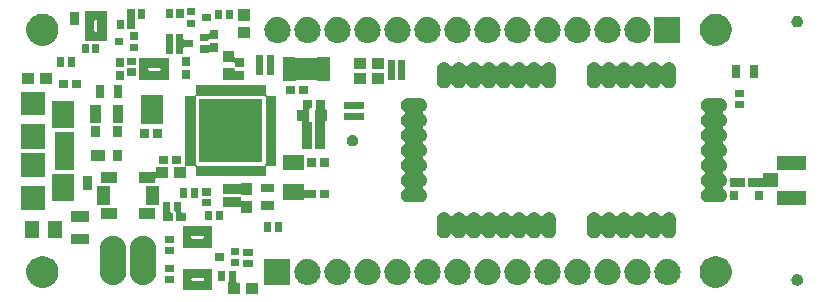
<source format=gts>
G04 #@! TF.GenerationSoftware,KiCad,Pcbnew,5.1.0-060a0da~80~ubuntu16.04.1*
G04 #@! TF.CreationDate,2019-04-04T13:00:51+02:00*
G04 #@! TF.ProjectId,k2,6b322e6b-6963-4616-945f-706362585858,RevPB*
G04 #@! TF.SameCoordinates,Original*
G04 #@! TF.FileFunction,Soldermask,Top*
G04 #@! TF.FilePolarity,Negative*
%FSLAX46Y46*%
G04 Gerber Fmt 4.6, Leading zero omitted, Abs format (unit mm)*
G04 Created by KiCad (PCBNEW 5.1.0-060a0da~80~ubuntu16.04.1) date 2019-04-04 13:00:51*
%MOMM*%
%LPD*%
G04 APERTURE LIST*
%ADD10C,0.150000*%
G04 APERTURE END LIST*
D10*
G36*
X129210000Y-106805000D02*
G01*
X128210000Y-106805000D01*
X128210000Y-105855000D01*
X129210000Y-105855000D01*
X129210000Y-106805000D01*
X129210000Y-106805000D01*
G37*
G36*
X127360000Y-105730001D02*
G01*
X127362402Y-105754387D01*
X127369515Y-105777836D01*
X127381066Y-105799447D01*
X127396611Y-105818389D01*
X127415553Y-105833934D01*
X127437164Y-105845485D01*
X127460613Y-105852598D01*
X127484999Y-105855000D01*
X127710000Y-105855000D01*
X127710000Y-106805000D01*
X126710000Y-106805000D01*
X126710000Y-105829377D01*
X126723389Y-105818389D01*
X126738934Y-105799447D01*
X126750485Y-105777836D01*
X126757598Y-105754387D01*
X126760000Y-105730001D01*
X126760000Y-104880000D01*
X127360000Y-104880000D01*
X127360000Y-105730001D01*
X127360000Y-105730001D01*
G37*
G36*
X125360000Y-106505000D02*
G01*
X122860000Y-106505000D01*
X122860000Y-105579999D01*
X123560000Y-105579999D01*
X123560000Y-105580001D01*
X123562402Y-105604387D01*
X123569515Y-105627836D01*
X123581066Y-105649447D01*
X123596611Y-105668389D01*
X123615553Y-105683934D01*
X123637164Y-105695485D01*
X123660613Y-105702598D01*
X123684999Y-105705000D01*
X124535001Y-105705000D01*
X124559387Y-105702598D01*
X124582836Y-105695485D01*
X124604447Y-105683934D01*
X124623389Y-105668389D01*
X124638934Y-105649447D01*
X124650485Y-105627836D01*
X124657598Y-105604387D01*
X124660000Y-105580001D01*
X124660000Y-105579999D01*
X124657598Y-105555613D01*
X124650485Y-105532164D01*
X124638934Y-105510553D01*
X124623389Y-105491611D01*
X124604447Y-105476066D01*
X124582836Y-105464515D01*
X124559387Y-105457402D01*
X124535001Y-105455000D01*
X123684999Y-105455000D01*
X123660613Y-105457402D01*
X123637164Y-105464515D01*
X123615553Y-105476066D01*
X123596611Y-105491611D01*
X123581066Y-105510553D01*
X123569515Y-105532164D01*
X123562402Y-105555613D01*
X123560000Y-105579999D01*
X122860000Y-105579999D01*
X122860000Y-104655000D01*
X125360000Y-104655000D01*
X125360000Y-106505000D01*
X125360000Y-106505000D01*
G37*
G36*
X111353779Y-103641879D02*
G01*
X111599463Y-103743645D01*
X111599465Y-103743646D01*
X111710769Y-103818017D01*
X111820574Y-103891386D01*
X112008614Y-104079426D01*
X112156355Y-104300537D01*
X112258121Y-104546221D01*
X112310000Y-104807035D01*
X112310000Y-105072965D01*
X112258121Y-105333779D01*
X112156355Y-105579463D01*
X112156354Y-105579465D01*
X112103046Y-105659246D01*
X112008614Y-105800574D01*
X111820574Y-105988614D01*
X111805964Y-105998376D01*
X111599465Y-106136354D01*
X111599464Y-106136355D01*
X111599463Y-106136355D01*
X111353779Y-106238121D01*
X111092965Y-106290000D01*
X110827035Y-106290000D01*
X110566221Y-106238121D01*
X110320537Y-106136355D01*
X110320536Y-106136355D01*
X110320535Y-106136354D01*
X110114036Y-105998376D01*
X110099426Y-105988614D01*
X109911386Y-105800574D01*
X109816954Y-105659246D01*
X109763646Y-105579465D01*
X109763645Y-105579463D01*
X109661879Y-105333779D01*
X109610000Y-105072965D01*
X109610000Y-104807035D01*
X109661879Y-104546221D01*
X109763645Y-104300537D01*
X109911386Y-104079426D01*
X110099426Y-103891386D01*
X110209231Y-103818017D01*
X110320535Y-103743646D01*
X110320537Y-103743645D01*
X110566221Y-103641879D01*
X110827035Y-103590000D01*
X111092965Y-103590000D01*
X111353779Y-103641879D01*
X111353779Y-103641879D01*
G37*
G36*
X168353779Y-103641879D02*
G01*
X168599463Y-103743645D01*
X168599465Y-103743646D01*
X168710769Y-103818017D01*
X168820574Y-103891386D01*
X169008614Y-104079426D01*
X169156355Y-104300537D01*
X169258121Y-104546221D01*
X169310000Y-104807035D01*
X169310000Y-105072965D01*
X169258121Y-105333779D01*
X169156355Y-105579463D01*
X169156354Y-105579465D01*
X169103046Y-105659246D01*
X169008614Y-105800574D01*
X168820574Y-105988614D01*
X168805964Y-105998376D01*
X168599465Y-106136354D01*
X168599464Y-106136355D01*
X168599463Y-106136355D01*
X168353779Y-106238121D01*
X168092965Y-106290000D01*
X167827035Y-106290000D01*
X167566221Y-106238121D01*
X167320537Y-106136355D01*
X167320536Y-106136355D01*
X167320535Y-106136354D01*
X167114036Y-105998376D01*
X167099426Y-105988614D01*
X166911386Y-105800574D01*
X166816954Y-105659246D01*
X166763646Y-105579465D01*
X166763645Y-105579463D01*
X166661879Y-105333779D01*
X166610000Y-105072965D01*
X166610000Y-104807035D01*
X166661879Y-104546221D01*
X166763645Y-104300537D01*
X166911386Y-104079426D01*
X167099426Y-103891386D01*
X167209231Y-103818017D01*
X167320535Y-103743646D01*
X167320537Y-103743645D01*
X167566221Y-103641879D01*
X167827035Y-103590000D01*
X168092965Y-103590000D01*
X168353779Y-103641879D01*
X168353779Y-103641879D01*
G37*
G36*
X175015843Y-105129214D02*
G01*
X175015846Y-105129215D01*
X175015845Y-105129215D01*
X175106839Y-105166906D01*
X175188731Y-105221625D01*
X175258375Y-105291269D01*
X175306297Y-105362988D01*
X175313095Y-105373163D01*
X175350786Y-105464157D01*
X175370000Y-105560753D01*
X175370000Y-105659247D01*
X175350786Y-105755843D01*
X175313655Y-105845485D01*
X175313094Y-105846839D01*
X175258375Y-105928731D01*
X175188731Y-105998375D01*
X175106839Y-106053094D01*
X175106838Y-106053095D01*
X175106837Y-106053095D01*
X175015843Y-106090786D01*
X174919247Y-106110000D01*
X174820753Y-106110000D01*
X174724157Y-106090786D01*
X174633163Y-106053095D01*
X174633162Y-106053095D01*
X174633161Y-106053094D01*
X174551269Y-105998375D01*
X174481625Y-105928731D01*
X174426906Y-105846839D01*
X174426345Y-105845485D01*
X174389214Y-105755843D01*
X174370000Y-105659247D01*
X174370000Y-105560753D01*
X174389214Y-105464157D01*
X174426905Y-105373163D01*
X174433704Y-105362988D01*
X174481625Y-105291269D01*
X174551269Y-105221625D01*
X174633161Y-105166906D01*
X174724155Y-105129215D01*
X174724154Y-105129215D01*
X174724157Y-105129214D01*
X174820753Y-105110000D01*
X174919247Y-105110000D01*
X175015843Y-105129214D01*
X175015843Y-105129214D01*
G37*
G36*
X119705637Y-101885916D02*
G01*
X119850963Y-101930001D01*
X119912991Y-101948817D01*
X120104079Y-102050955D01*
X120104080Y-102050956D01*
X120104084Y-102050958D01*
X120271581Y-102188419D01*
X120271583Y-102188422D01*
X120409043Y-102355916D01*
X120511183Y-102547008D01*
X120527551Y-102600966D01*
X120574084Y-102754362D01*
X120590000Y-102915964D01*
X120590000Y-105024036D01*
X120574084Y-105185638D01*
X120542040Y-105291270D01*
X120511183Y-105392992D01*
X120409043Y-105584084D01*
X120271581Y-105751581D01*
X120104084Y-105889043D01*
X119912992Y-105991183D01*
X119889283Y-105998375D01*
X119705638Y-106054084D01*
X119490000Y-106075322D01*
X119274363Y-106054084D01*
X119090718Y-105998375D01*
X119067009Y-105991183D01*
X118875917Y-105889043D01*
X118708420Y-105751581D01*
X118570958Y-105584084D01*
X118468818Y-105392992D01*
X118437961Y-105291270D01*
X118405917Y-105185638D01*
X118390001Y-105024036D01*
X118390000Y-102915965D01*
X118405916Y-102754363D01*
X118468816Y-102547013D01*
X118468817Y-102547009D01*
X118570955Y-102355921D01*
X118570956Y-102355920D01*
X118570958Y-102355916D01*
X118708419Y-102188419D01*
X118805263Y-102108941D01*
X118875916Y-102050957D01*
X119067008Y-101948817D01*
X119129036Y-101930001D01*
X119274362Y-101885916D01*
X119490000Y-101864678D01*
X119705637Y-101885916D01*
X119705637Y-101885916D01*
G37*
G36*
X117165637Y-101885916D02*
G01*
X117310963Y-101930001D01*
X117372991Y-101948817D01*
X117564079Y-102050955D01*
X117564080Y-102050956D01*
X117564084Y-102050958D01*
X117731581Y-102188419D01*
X117731583Y-102188422D01*
X117869043Y-102355916D01*
X117971183Y-102547008D01*
X117987551Y-102600966D01*
X118034084Y-102754362D01*
X118050000Y-102915964D01*
X118050000Y-105024036D01*
X118034084Y-105185638D01*
X118002040Y-105291270D01*
X117971183Y-105392992D01*
X117869043Y-105584084D01*
X117731581Y-105751581D01*
X117564084Y-105889043D01*
X117372992Y-105991183D01*
X117349283Y-105998375D01*
X117165638Y-106054084D01*
X116950000Y-106075322D01*
X116734363Y-106054084D01*
X116550718Y-105998375D01*
X116527009Y-105991183D01*
X116335917Y-105889043D01*
X116168420Y-105751581D01*
X116030958Y-105584084D01*
X115928818Y-105392992D01*
X115897961Y-105291270D01*
X115865917Y-105185638D01*
X115850001Y-105024036D01*
X115850000Y-102915965D01*
X115865916Y-102754363D01*
X115928816Y-102547013D01*
X115928817Y-102547009D01*
X116030955Y-102355921D01*
X116030956Y-102355920D01*
X116030958Y-102355916D01*
X116168419Y-102188419D01*
X116265263Y-102108941D01*
X116335916Y-102050957D01*
X116527008Y-101948817D01*
X116589036Y-101930001D01*
X116734362Y-101885916D01*
X116950000Y-101864678D01*
X117165637Y-101885916D01*
X117165637Y-101885916D01*
G37*
G36*
X146234837Y-103847958D02*
G01*
X146315638Y-103855916D01*
X146432568Y-103891387D01*
X146522992Y-103918817D01*
X146714084Y-104020957D01*
X146881581Y-104158419D01*
X147019043Y-104325916D01*
X147121183Y-104517008D01*
X147130044Y-104546220D01*
X147184084Y-104724362D01*
X147205322Y-104940000D01*
X147184084Y-105155638D01*
X147142940Y-105291269D01*
X147121183Y-105362992D01*
X147019043Y-105554084D01*
X146881581Y-105721581D01*
X146714084Y-105859043D01*
X146522992Y-105961183D01*
X146469034Y-105977551D01*
X146315638Y-106024084D01*
X146234837Y-106032042D01*
X146154038Y-106040000D01*
X146045962Y-106040000D01*
X145965163Y-106032042D01*
X145884362Y-106024084D01*
X145730966Y-105977551D01*
X145677008Y-105961183D01*
X145485916Y-105859043D01*
X145318419Y-105721581D01*
X145180957Y-105554084D01*
X145078817Y-105362992D01*
X145057060Y-105291269D01*
X145015916Y-105155638D01*
X144994678Y-104940000D01*
X145015916Y-104724362D01*
X145069956Y-104546220D01*
X145078817Y-104517008D01*
X145180957Y-104325916D01*
X145318419Y-104158419D01*
X145485916Y-104020957D01*
X145677008Y-103918817D01*
X145767432Y-103891387D01*
X145884362Y-103855916D01*
X145965163Y-103847958D01*
X146045962Y-103840000D01*
X146154038Y-103840000D01*
X146234837Y-103847958D01*
X146234837Y-103847958D01*
G37*
G36*
X133534837Y-103847958D02*
G01*
X133615638Y-103855916D01*
X133732568Y-103891387D01*
X133822992Y-103918817D01*
X134014084Y-104020957D01*
X134181581Y-104158419D01*
X134319043Y-104325916D01*
X134421183Y-104517008D01*
X134430044Y-104546220D01*
X134484084Y-104724362D01*
X134505322Y-104940000D01*
X134484084Y-105155638D01*
X134442940Y-105291269D01*
X134421183Y-105362992D01*
X134319043Y-105554084D01*
X134181581Y-105721581D01*
X134014084Y-105859043D01*
X133822992Y-105961183D01*
X133769034Y-105977551D01*
X133615638Y-106024084D01*
X133534837Y-106032042D01*
X133454038Y-106040000D01*
X133345962Y-106040000D01*
X133265163Y-106032042D01*
X133184362Y-106024084D01*
X133030966Y-105977551D01*
X132977008Y-105961183D01*
X132785916Y-105859043D01*
X132618419Y-105721581D01*
X132480957Y-105554084D01*
X132378817Y-105362992D01*
X132357060Y-105291269D01*
X132315916Y-105155638D01*
X132294678Y-104940000D01*
X132315916Y-104724362D01*
X132369956Y-104546220D01*
X132378817Y-104517008D01*
X132480957Y-104325916D01*
X132618419Y-104158419D01*
X132785916Y-104020957D01*
X132977008Y-103918817D01*
X133067432Y-103891387D01*
X133184362Y-103855916D01*
X133265163Y-103847958D01*
X133345962Y-103840000D01*
X133454038Y-103840000D01*
X133534837Y-103847958D01*
X133534837Y-103847958D01*
G37*
G36*
X131960000Y-106040000D02*
G01*
X129760000Y-106040000D01*
X129760000Y-103840000D01*
X131960000Y-103840000D01*
X131960000Y-106040000D01*
X131960000Y-106040000D01*
G37*
G36*
X136074837Y-103847958D02*
G01*
X136155638Y-103855916D01*
X136272568Y-103891387D01*
X136362992Y-103918817D01*
X136554084Y-104020957D01*
X136721581Y-104158419D01*
X136859043Y-104325916D01*
X136961183Y-104517008D01*
X136970044Y-104546220D01*
X137024084Y-104724362D01*
X137045322Y-104940000D01*
X137024084Y-105155638D01*
X136982940Y-105291269D01*
X136961183Y-105362992D01*
X136859043Y-105554084D01*
X136721581Y-105721581D01*
X136554084Y-105859043D01*
X136362992Y-105961183D01*
X136309034Y-105977551D01*
X136155638Y-106024084D01*
X136074837Y-106032042D01*
X135994038Y-106040000D01*
X135885962Y-106040000D01*
X135805163Y-106032042D01*
X135724362Y-106024084D01*
X135570966Y-105977551D01*
X135517008Y-105961183D01*
X135325916Y-105859043D01*
X135158419Y-105721581D01*
X135020957Y-105554084D01*
X134918817Y-105362992D01*
X134897060Y-105291269D01*
X134855916Y-105155638D01*
X134834678Y-104940000D01*
X134855916Y-104724362D01*
X134909956Y-104546220D01*
X134918817Y-104517008D01*
X135020957Y-104325916D01*
X135158419Y-104158419D01*
X135325916Y-104020957D01*
X135517008Y-103918817D01*
X135607432Y-103891387D01*
X135724362Y-103855916D01*
X135805163Y-103847958D01*
X135885962Y-103840000D01*
X135994038Y-103840000D01*
X136074837Y-103847958D01*
X136074837Y-103847958D01*
G37*
G36*
X138614837Y-103847958D02*
G01*
X138695638Y-103855916D01*
X138812568Y-103891387D01*
X138902992Y-103918817D01*
X139094084Y-104020957D01*
X139261581Y-104158419D01*
X139399043Y-104325916D01*
X139501183Y-104517008D01*
X139510044Y-104546220D01*
X139564084Y-104724362D01*
X139585322Y-104940000D01*
X139564084Y-105155638D01*
X139522940Y-105291269D01*
X139501183Y-105362992D01*
X139399043Y-105554084D01*
X139261581Y-105721581D01*
X139094084Y-105859043D01*
X138902992Y-105961183D01*
X138849034Y-105977551D01*
X138695638Y-106024084D01*
X138614837Y-106032042D01*
X138534038Y-106040000D01*
X138425962Y-106040000D01*
X138345163Y-106032042D01*
X138264362Y-106024084D01*
X138110966Y-105977551D01*
X138057008Y-105961183D01*
X137865916Y-105859043D01*
X137698419Y-105721581D01*
X137560957Y-105554084D01*
X137458817Y-105362992D01*
X137437060Y-105291269D01*
X137395916Y-105155638D01*
X137374678Y-104940000D01*
X137395916Y-104724362D01*
X137449956Y-104546220D01*
X137458817Y-104517008D01*
X137560957Y-104325916D01*
X137698419Y-104158419D01*
X137865916Y-104020957D01*
X138057008Y-103918817D01*
X138147432Y-103891387D01*
X138264362Y-103855916D01*
X138345163Y-103847958D01*
X138425962Y-103840000D01*
X138534038Y-103840000D01*
X138614837Y-103847958D01*
X138614837Y-103847958D01*
G37*
G36*
X141154837Y-103847958D02*
G01*
X141235638Y-103855916D01*
X141352568Y-103891387D01*
X141442992Y-103918817D01*
X141634084Y-104020957D01*
X141801581Y-104158419D01*
X141939043Y-104325916D01*
X142041183Y-104517008D01*
X142050044Y-104546220D01*
X142104084Y-104724362D01*
X142125322Y-104940000D01*
X142104084Y-105155638D01*
X142062940Y-105291269D01*
X142041183Y-105362992D01*
X141939043Y-105554084D01*
X141801581Y-105721581D01*
X141634084Y-105859043D01*
X141442992Y-105961183D01*
X141389034Y-105977551D01*
X141235638Y-106024084D01*
X141154837Y-106032042D01*
X141074038Y-106040000D01*
X140965962Y-106040000D01*
X140885163Y-106032042D01*
X140804362Y-106024084D01*
X140650966Y-105977551D01*
X140597008Y-105961183D01*
X140405916Y-105859043D01*
X140238419Y-105721581D01*
X140100957Y-105554084D01*
X139998817Y-105362992D01*
X139977060Y-105291269D01*
X139935916Y-105155638D01*
X139914678Y-104940000D01*
X139935916Y-104724362D01*
X139989956Y-104546220D01*
X139998817Y-104517008D01*
X140100957Y-104325916D01*
X140238419Y-104158419D01*
X140405916Y-104020957D01*
X140597008Y-103918817D01*
X140687432Y-103891387D01*
X140804362Y-103855916D01*
X140885163Y-103847958D01*
X140965962Y-103840000D01*
X141074038Y-103840000D01*
X141154837Y-103847958D01*
X141154837Y-103847958D01*
G37*
G36*
X148774837Y-103847958D02*
G01*
X148855638Y-103855916D01*
X148972568Y-103891387D01*
X149062992Y-103918817D01*
X149254084Y-104020957D01*
X149421581Y-104158419D01*
X149559043Y-104325916D01*
X149661183Y-104517008D01*
X149670044Y-104546220D01*
X149724084Y-104724362D01*
X149745322Y-104940000D01*
X149724084Y-105155638D01*
X149682940Y-105291269D01*
X149661183Y-105362992D01*
X149559043Y-105554084D01*
X149421581Y-105721581D01*
X149254084Y-105859043D01*
X149062992Y-105961183D01*
X149009034Y-105977551D01*
X148855638Y-106024084D01*
X148774837Y-106032042D01*
X148694038Y-106040000D01*
X148585962Y-106040000D01*
X148505163Y-106032042D01*
X148424362Y-106024084D01*
X148270966Y-105977551D01*
X148217008Y-105961183D01*
X148025916Y-105859043D01*
X147858419Y-105721581D01*
X147720957Y-105554084D01*
X147618817Y-105362992D01*
X147597060Y-105291269D01*
X147555916Y-105155638D01*
X147534678Y-104940000D01*
X147555916Y-104724362D01*
X147609956Y-104546220D01*
X147618817Y-104517008D01*
X147720957Y-104325916D01*
X147858419Y-104158419D01*
X148025916Y-104020957D01*
X148217008Y-103918817D01*
X148307432Y-103891387D01*
X148424362Y-103855916D01*
X148505163Y-103847958D01*
X148585962Y-103840000D01*
X148694038Y-103840000D01*
X148774837Y-103847958D01*
X148774837Y-103847958D01*
G37*
G36*
X151314837Y-103847958D02*
G01*
X151395638Y-103855916D01*
X151512568Y-103891387D01*
X151602992Y-103918817D01*
X151794084Y-104020957D01*
X151961581Y-104158419D01*
X152099043Y-104325916D01*
X152201183Y-104517008D01*
X152210044Y-104546220D01*
X152264084Y-104724362D01*
X152285322Y-104940000D01*
X152264084Y-105155638D01*
X152222940Y-105291269D01*
X152201183Y-105362992D01*
X152099043Y-105554084D01*
X151961581Y-105721581D01*
X151794084Y-105859043D01*
X151602992Y-105961183D01*
X151549034Y-105977551D01*
X151395638Y-106024084D01*
X151314837Y-106032042D01*
X151234038Y-106040000D01*
X151125962Y-106040000D01*
X151045163Y-106032042D01*
X150964362Y-106024084D01*
X150810966Y-105977551D01*
X150757008Y-105961183D01*
X150565916Y-105859043D01*
X150398419Y-105721581D01*
X150260957Y-105554084D01*
X150158817Y-105362992D01*
X150137060Y-105291269D01*
X150095916Y-105155638D01*
X150074678Y-104940000D01*
X150095916Y-104724362D01*
X150149956Y-104546220D01*
X150158817Y-104517008D01*
X150260957Y-104325916D01*
X150398419Y-104158419D01*
X150565916Y-104020957D01*
X150757008Y-103918817D01*
X150847432Y-103891387D01*
X150964362Y-103855916D01*
X151045163Y-103847958D01*
X151125962Y-103840000D01*
X151234038Y-103840000D01*
X151314837Y-103847958D01*
X151314837Y-103847958D01*
G37*
G36*
X143694837Y-103847958D02*
G01*
X143775638Y-103855916D01*
X143892568Y-103891387D01*
X143982992Y-103918817D01*
X144174084Y-104020957D01*
X144341581Y-104158419D01*
X144479043Y-104325916D01*
X144581183Y-104517008D01*
X144590044Y-104546220D01*
X144644084Y-104724362D01*
X144665322Y-104940000D01*
X144644084Y-105155638D01*
X144602940Y-105291269D01*
X144581183Y-105362992D01*
X144479043Y-105554084D01*
X144341581Y-105721581D01*
X144174084Y-105859043D01*
X143982992Y-105961183D01*
X143929034Y-105977551D01*
X143775638Y-106024084D01*
X143694837Y-106032042D01*
X143614038Y-106040000D01*
X143505962Y-106040000D01*
X143425163Y-106032042D01*
X143344362Y-106024084D01*
X143190966Y-105977551D01*
X143137008Y-105961183D01*
X142945916Y-105859043D01*
X142778419Y-105721581D01*
X142640957Y-105554084D01*
X142538817Y-105362992D01*
X142517060Y-105291269D01*
X142475916Y-105155638D01*
X142454678Y-104940000D01*
X142475916Y-104724362D01*
X142529956Y-104546220D01*
X142538817Y-104517008D01*
X142640957Y-104325916D01*
X142778419Y-104158419D01*
X142945916Y-104020957D01*
X143137008Y-103918817D01*
X143227432Y-103891387D01*
X143344362Y-103855916D01*
X143425163Y-103847958D01*
X143505962Y-103840000D01*
X143614038Y-103840000D01*
X143694837Y-103847958D01*
X143694837Y-103847958D01*
G37*
G36*
X153854837Y-103847958D02*
G01*
X153935638Y-103855916D01*
X154052568Y-103891387D01*
X154142992Y-103918817D01*
X154334084Y-104020957D01*
X154501581Y-104158419D01*
X154639043Y-104325916D01*
X154741183Y-104517008D01*
X154750044Y-104546220D01*
X154804084Y-104724362D01*
X154825322Y-104940000D01*
X154804084Y-105155638D01*
X154762940Y-105291269D01*
X154741183Y-105362992D01*
X154639043Y-105554084D01*
X154501581Y-105721581D01*
X154334084Y-105859043D01*
X154142992Y-105961183D01*
X154089034Y-105977551D01*
X153935638Y-106024084D01*
X153854837Y-106032042D01*
X153774038Y-106040000D01*
X153665962Y-106040000D01*
X153585163Y-106032042D01*
X153504362Y-106024084D01*
X153350966Y-105977551D01*
X153297008Y-105961183D01*
X153105916Y-105859043D01*
X152938419Y-105721581D01*
X152800957Y-105554084D01*
X152698817Y-105362992D01*
X152677060Y-105291269D01*
X152635916Y-105155638D01*
X152614678Y-104940000D01*
X152635916Y-104724362D01*
X152689956Y-104546220D01*
X152698817Y-104517008D01*
X152800957Y-104325916D01*
X152938419Y-104158419D01*
X153105916Y-104020957D01*
X153297008Y-103918817D01*
X153387432Y-103891387D01*
X153504362Y-103855916D01*
X153585163Y-103847958D01*
X153665962Y-103840000D01*
X153774038Y-103840000D01*
X153854837Y-103847958D01*
X153854837Y-103847958D01*
G37*
G36*
X156394837Y-103847958D02*
G01*
X156475638Y-103855916D01*
X156592568Y-103891387D01*
X156682992Y-103918817D01*
X156874084Y-104020957D01*
X157041581Y-104158419D01*
X157179043Y-104325916D01*
X157281183Y-104517008D01*
X157290044Y-104546220D01*
X157344084Y-104724362D01*
X157365322Y-104940000D01*
X157344084Y-105155638D01*
X157302940Y-105291269D01*
X157281183Y-105362992D01*
X157179043Y-105554084D01*
X157041581Y-105721581D01*
X156874084Y-105859043D01*
X156682992Y-105961183D01*
X156629034Y-105977551D01*
X156475638Y-106024084D01*
X156394837Y-106032042D01*
X156314038Y-106040000D01*
X156205962Y-106040000D01*
X156125163Y-106032042D01*
X156044362Y-106024084D01*
X155890966Y-105977551D01*
X155837008Y-105961183D01*
X155645916Y-105859043D01*
X155478419Y-105721581D01*
X155340957Y-105554084D01*
X155238817Y-105362992D01*
X155217060Y-105291269D01*
X155175916Y-105155638D01*
X155154678Y-104940000D01*
X155175916Y-104724362D01*
X155229956Y-104546220D01*
X155238817Y-104517008D01*
X155340957Y-104325916D01*
X155478419Y-104158419D01*
X155645916Y-104020957D01*
X155837008Y-103918817D01*
X155927432Y-103891387D01*
X156044362Y-103855916D01*
X156125163Y-103847958D01*
X156205962Y-103840000D01*
X156314038Y-103840000D01*
X156394837Y-103847958D01*
X156394837Y-103847958D01*
G37*
G36*
X158934837Y-103847958D02*
G01*
X159015638Y-103855916D01*
X159132568Y-103891387D01*
X159222992Y-103918817D01*
X159414084Y-104020957D01*
X159581581Y-104158419D01*
X159719043Y-104325916D01*
X159821183Y-104517008D01*
X159830044Y-104546220D01*
X159884084Y-104724362D01*
X159905322Y-104940000D01*
X159884084Y-105155638D01*
X159842940Y-105291269D01*
X159821183Y-105362992D01*
X159719043Y-105554084D01*
X159581581Y-105721581D01*
X159414084Y-105859043D01*
X159222992Y-105961183D01*
X159169034Y-105977551D01*
X159015638Y-106024084D01*
X158934837Y-106032042D01*
X158854038Y-106040000D01*
X158745962Y-106040000D01*
X158665163Y-106032042D01*
X158584362Y-106024084D01*
X158430966Y-105977551D01*
X158377008Y-105961183D01*
X158185916Y-105859043D01*
X158018419Y-105721581D01*
X157880957Y-105554084D01*
X157778817Y-105362992D01*
X157757060Y-105291269D01*
X157715916Y-105155638D01*
X157694678Y-104940000D01*
X157715916Y-104724362D01*
X157769956Y-104546220D01*
X157778817Y-104517008D01*
X157880957Y-104325916D01*
X158018419Y-104158419D01*
X158185916Y-104020957D01*
X158377008Y-103918817D01*
X158467432Y-103891387D01*
X158584362Y-103855916D01*
X158665163Y-103847958D01*
X158745962Y-103840000D01*
X158854038Y-103840000D01*
X158934837Y-103847958D01*
X158934837Y-103847958D01*
G37*
G36*
X161474837Y-103847958D02*
G01*
X161555638Y-103855916D01*
X161672568Y-103891387D01*
X161762992Y-103918817D01*
X161954084Y-104020957D01*
X162121581Y-104158419D01*
X162259043Y-104325916D01*
X162361183Y-104517008D01*
X162370044Y-104546220D01*
X162424084Y-104724362D01*
X162445322Y-104940000D01*
X162424084Y-105155638D01*
X162382940Y-105291269D01*
X162361183Y-105362992D01*
X162259043Y-105554084D01*
X162121581Y-105721581D01*
X161954084Y-105859043D01*
X161762992Y-105961183D01*
X161709034Y-105977551D01*
X161555638Y-106024084D01*
X161474837Y-106032042D01*
X161394038Y-106040000D01*
X161285962Y-106040000D01*
X161205163Y-106032042D01*
X161124362Y-106024084D01*
X160970966Y-105977551D01*
X160917008Y-105961183D01*
X160725916Y-105859043D01*
X160558419Y-105721581D01*
X160420957Y-105554084D01*
X160318817Y-105362992D01*
X160297060Y-105291269D01*
X160255916Y-105155638D01*
X160234678Y-104940000D01*
X160255916Y-104724362D01*
X160309956Y-104546220D01*
X160318817Y-104517008D01*
X160420957Y-104325916D01*
X160558419Y-104158419D01*
X160725916Y-104020957D01*
X160917008Y-103918817D01*
X161007432Y-103891387D01*
X161124362Y-103855916D01*
X161205163Y-103847958D01*
X161285962Y-103840000D01*
X161394038Y-103840000D01*
X161474837Y-103847958D01*
X161474837Y-103847958D01*
G37*
G36*
X164014837Y-103847958D02*
G01*
X164095638Y-103855916D01*
X164212568Y-103891387D01*
X164302992Y-103918817D01*
X164494084Y-104020957D01*
X164661581Y-104158419D01*
X164799043Y-104325916D01*
X164901183Y-104517008D01*
X164910044Y-104546220D01*
X164964084Y-104724362D01*
X164985322Y-104940000D01*
X164964084Y-105155638D01*
X164922940Y-105291269D01*
X164901183Y-105362992D01*
X164799043Y-105554084D01*
X164661581Y-105721581D01*
X164494084Y-105859043D01*
X164302992Y-105961183D01*
X164249034Y-105977551D01*
X164095638Y-106024084D01*
X164014837Y-106032042D01*
X163934038Y-106040000D01*
X163825962Y-106040000D01*
X163745163Y-106032042D01*
X163664362Y-106024084D01*
X163510966Y-105977551D01*
X163457008Y-105961183D01*
X163265916Y-105859043D01*
X163098419Y-105721581D01*
X162960957Y-105554084D01*
X162858817Y-105362992D01*
X162837060Y-105291269D01*
X162795916Y-105155638D01*
X162774678Y-104940000D01*
X162795916Y-104724362D01*
X162849956Y-104546220D01*
X162858817Y-104517008D01*
X162960957Y-104325916D01*
X163098419Y-104158419D01*
X163265916Y-104020957D01*
X163457008Y-103918817D01*
X163547432Y-103891387D01*
X163664362Y-103855916D01*
X163745163Y-103847958D01*
X163825962Y-103840000D01*
X163934038Y-103840000D01*
X164014837Y-103847958D01*
X164014837Y-103847958D01*
G37*
G36*
X122130000Y-105880000D02*
G01*
X121330000Y-105880000D01*
X121330000Y-105280000D01*
X122130000Y-105280000D01*
X122130000Y-105880000D01*
X122130000Y-105880000D01*
G37*
G36*
X126460000Y-105680000D02*
G01*
X125860000Y-105680000D01*
X125860000Y-104880000D01*
X126460000Y-104880000D01*
X126460000Y-105680000D01*
X126460000Y-105680000D01*
G37*
G36*
X122130000Y-104980000D02*
G01*
X121330000Y-104980000D01*
X121330000Y-104380000D01*
X122130000Y-104380000D01*
X122130000Y-104980000D01*
X122130000Y-104980000D01*
G37*
G36*
X128770000Y-104520000D02*
G01*
X127970000Y-104520000D01*
X127970000Y-103920000D01*
X128770000Y-103920000D01*
X128770000Y-104520000D01*
X128770000Y-104520000D01*
G37*
G36*
X127615000Y-104480000D02*
G01*
X126905000Y-104480000D01*
X126905000Y-103880000D01*
X127615000Y-103880000D01*
X127615000Y-104480000D01*
X127615000Y-104480000D01*
G37*
G36*
X126315000Y-103980000D02*
G01*
X125605000Y-103980000D01*
X125605000Y-103380000D01*
X126315000Y-103380000D01*
X126315000Y-103980000D01*
X126315000Y-103980000D01*
G37*
G36*
X128770000Y-103620000D02*
G01*
X127970000Y-103620000D01*
X127970000Y-103020000D01*
X128770000Y-103020000D01*
X128770000Y-103620000D01*
X128770000Y-103620000D01*
G37*
G36*
X127615000Y-103480000D02*
G01*
X126905000Y-103480000D01*
X126905000Y-102880000D01*
X127615000Y-102880000D01*
X127615000Y-103480000D01*
X127615000Y-103480000D01*
G37*
G36*
X122140000Y-103410000D02*
G01*
X121340000Y-103410000D01*
X121340000Y-102810000D01*
X122140000Y-102810000D01*
X122140000Y-103410000D01*
X122140000Y-103410000D01*
G37*
G36*
X125330000Y-102915000D02*
G01*
X122830000Y-102915000D01*
X122830000Y-101989999D01*
X123530000Y-101989999D01*
X123530000Y-101990001D01*
X123532402Y-102014387D01*
X123539515Y-102037836D01*
X123551066Y-102059447D01*
X123566611Y-102078389D01*
X123585553Y-102093934D01*
X123607164Y-102105485D01*
X123630613Y-102112598D01*
X123654999Y-102115000D01*
X124505001Y-102115000D01*
X124529387Y-102112598D01*
X124552836Y-102105485D01*
X124574447Y-102093934D01*
X124593389Y-102078389D01*
X124608934Y-102059447D01*
X124620485Y-102037836D01*
X124627598Y-102014387D01*
X124630000Y-101990001D01*
X124630000Y-101989999D01*
X124627598Y-101965613D01*
X124620485Y-101942164D01*
X124608934Y-101920553D01*
X124593389Y-101901611D01*
X124574447Y-101886066D01*
X124552836Y-101874515D01*
X124529387Y-101867402D01*
X124505001Y-101865000D01*
X123654999Y-101865000D01*
X123630613Y-101867402D01*
X123607164Y-101874515D01*
X123585553Y-101886066D01*
X123566611Y-101901611D01*
X123551066Y-101920553D01*
X123539515Y-101942164D01*
X123532402Y-101965613D01*
X123530000Y-101989999D01*
X122830000Y-101989999D01*
X122830000Y-101065000D01*
X125330000Y-101065000D01*
X125330000Y-102915000D01*
X125330000Y-102915000D01*
G37*
G36*
X114870000Y-102610000D02*
G01*
X113370000Y-102610000D01*
X113370000Y-101710000D01*
X114870000Y-101710000D01*
X114870000Y-102610000D01*
X114870000Y-102610000D01*
G37*
G36*
X122140000Y-102510000D02*
G01*
X121340000Y-102510000D01*
X121340000Y-101910000D01*
X122140000Y-101910000D01*
X122140000Y-102510000D01*
X122140000Y-102510000D01*
G37*
G36*
X157759188Y-99882798D02*
G01*
X157873796Y-99917564D01*
X157873799Y-99917565D01*
X157934480Y-99950000D01*
X157979420Y-99974021D01*
X158072001Y-100049999D01*
X158147979Y-100142579D01*
X158164765Y-100173983D01*
X158178374Y-100194350D01*
X158195701Y-100211677D01*
X158216075Y-100225291D01*
X158238714Y-100234668D01*
X158262747Y-100239449D01*
X158287252Y-100239449D01*
X158311285Y-100234669D01*
X158333924Y-100225292D01*
X158354298Y-100211678D01*
X158371625Y-100194351D01*
X158385239Y-100173977D01*
X158402021Y-100142580D01*
X158402023Y-100142577D01*
X158477999Y-100049999D01*
X158570579Y-99974021D01*
X158615519Y-99950000D01*
X158676200Y-99917565D01*
X158676203Y-99917564D01*
X158790811Y-99882798D01*
X158870270Y-99874972D01*
X158909999Y-99871059D01*
X158910000Y-99871059D01*
X159029188Y-99882798D01*
X159143796Y-99917564D01*
X159143799Y-99917565D01*
X159204480Y-99950000D01*
X159249420Y-99974021D01*
X159342001Y-100049999D01*
X159417979Y-100142579D01*
X159434765Y-100173983D01*
X159448374Y-100194350D01*
X159465701Y-100211677D01*
X159486075Y-100225291D01*
X159508714Y-100234668D01*
X159532747Y-100239449D01*
X159557252Y-100239449D01*
X159581285Y-100234669D01*
X159603924Y-100225292D01*
X159624298Y-100211678D01*
X159641625Y-100194351D01*
X159655239Y-100173977D01*
X159672021Y-100142580D01*
X159672023Y-100142577D01*
X159747999Y-100049999D01*
X159840579Y-99974021D01*
X159885519Y-99950000D01*
X159946200Y-99917565D01*
X159946203Y-99917564D01*
X160060811Y-99882798D01*
X160140270Y-99874972D01*
X160179999Y-99871059D01*
X160180000Y-99871059D01*
X160299188Y-99882798D01*
X160413796Y-99917564D01*
X160413799Y-99917565D01*
X160474480Y-99950000D01*
X160519420Y-99974021D01*
X160612001Y-100049999D01*
X160687979Y-100142579D01*
X160704765Y-100173983D01*
X160718374Y-100194350D01*
X160735701Y-100211677D01*
X160756075Y-100225291D01*
X160778714Y-100234668D01*
X160802747Y-100239449D01*
X160827252Y-100239449D01*
X160851285Y-100234669D01*
X160873924Y-100225292D01*
X160894298Y-100211678D01*
X160911625Y-100194351D01*
X160925239Y-100173977D01*
X160942021Y-100142580D01*
X160942023Y-100142577D01*
X161017999Y-100049999D01*
X161110579Y-99974021D01*
X161155519Y-99950000D01*
X161216200Y-99917565D01*
X161216203Y-99917564D01*
X161330811Y-99882798D01*
X161410270Y-99874972D01*
X161449999Y-99871059D01*
X161450000Y-99871059D01*
X161569188Y-99882798D01*
X161683796Y-99917564D01*
X161683799Y-99917565D01*
X161744480Y-99950000D01*
X161789420Y-99974021D01*
X161882001Y-100049999D01*
X161957979Y-100142579D01*
X161974765Y-100173983D01*
X161988374Y-100194350D01*
X162005701Y-100211677D01*
X162026075Y-100225291D01*
X162048714Y-100234668D01*
X162072747Y-100239449D01*
X162097252Y-100239449D01*
X162121285Y-100234669D01*
X162143924Y-100225292D01*
X162164298Y-100211678D01*
X162181625Y-100194351D01*
X162195239Y-100173977D01*
X162212021Y-100142580D01*
X162212023Y-100142577D01*
X162287999Y-100049999D01*
X162380579Y-99974021D01*
X162425519Y-99950000D01*
X162486200Y-99917565D01*
X162486203Y-99917564D01*
X162600811Y-99882798D01*
X162680270Y-99874972D01*
X162719999Y-99871059D01*
X162720000Y-99871059D01*
X162839188Y-99882798D01*
X162953796Y-99917564D01*
X162953799Y-99917565D01*
X163014480Y-99950000D01*
X163059420Y-99974021D01*
X163152001Y-100049999D01*
X163227979Y-100142579D01*
X163244765Y-100173983D01*
X163258374Y-100194350D01*
X163275701Y-100211677D01*
X163296075Y-100225291D01*
X163318714Y-100234668D01*
X163342747Y-100239449D01*
X163367252Y-100239449D01*
X163391285Y-100234669D01*
X163413924Y-100225292D01*
X163434298Y-100211678D01*
X163451625Y-100194351D01*
X163465239Y-100173977D01*
X163482021Y-100142580D01*
X163482023Y-100142577D01*
X163557999Y-100049999D01*
X163650579Y-99974021D01*
X163695519Y-99950000D01*
X163756200Y-99917565D01*
X163756203Y-99917564D01*
X163870811Y-99882798D01*
X163950270Y-99874972D01*
X163989999Y-99871059D01*
X163990000Y-99871059D01*
X164109188Y-99882798D01*
X164223796Y-99917564D01*
X164223799Y-99917565D01*
X164284480Y-99950000D01*
X164329420Y-99974021D01*
X164422001Y-100049999D01*
X164497979Y-100142579D01*
X164497980Y-100142581D01*
X164554435Y-100248200D01*
X164554435Y-100248201D01*
X164554436Y-100248203D01*
X164589202Y-100362811D01*
X164598000Y-100452139D01*
X164598000Y-101527861D01*
X164589202Y-101617189D01*
X164561048Y-101710000D01*
X164554435Y-101731800D01*
X164534913Y-101768322D01*
X164497979Y-101837421D01*
X164422001Y-101930001D01*
X164329421Y-102005979D01*
X164329419Y-102005980D01*
X164223800Y-102062435D01*
X164223797Y-102062436D01*
X164109189Y-102097202D01*
X164030014Y-102105000D01*
X163990001Y-102108941D01*
X163990000Y-102108941D01*
X163870812Y-102097202D01*
X163756204Y-102062436D01*
X163756201Y-102062435D01*
X163650582Y-102005980D01*
X163650580Y-102005979D01*
X163558000Y-101930001D01*
X163482022Y-101837421D01*
X163465236Y-101806017D01*
X163451627Y-101785650D01*
X163434300Y-101768323D01*
X163413926Y-101754709D01*
X163391287Y-101745332D01*
X163367254Y-101740551D01*
X163342749Y-101740551D01*
X163318716Y-101745331D01*
X163296077Y-101754708D01*
X163275703Y-101768322D01*
X163258376Y-101785649D01*
X163244763Y-101806022D01*
X163227981Y-101837419D01*
X163188057Y-101886066D01*
X163152001Y-101930001D01*
X163059421Y-102005979D01*
X163059419Y-102005980D01*
X162953800Y-102062435D01*
X162953797Y-102062436D01*
X162839189Y-102097202D01*
X162760014Y-102105000D01*
X162720001Y-102108941D01*
X162720000Y-102108941D01*
X162600812Y-102097202D01*
X162486204Y-102062436D01*
X162486201Y-102062435D01*
X162380582Y-102005980D01*
X162380580Y-102005979D01*
X162288000Y-101930001D01*
X162212022Y-101837421D01*
X162195236Y-101806017D01*
X162181627Y-101785650D01*
X162164300Y-101768323D01*
X162143926Y-101754709D01*
X162121287Y-101745332D01*
X162097254Y-101740551D01*
X162072749Y-101740551D01*
X162048716Y-101745331D01*
X162026077Y-101754708D01*
X162005703Y-101768322D01*
X161988376Y-101785649D01*
X161974763Y-101806022D01*
X161957981Y-101837419D01*
X161918057Y-101886066D01*
X161882001Y-101930001D01*
X161789421Y-102005979D01*
X161789419Y-102005980D01*
X161683800Y-102062435D01*
X161683797Y-102062436D01*
X161569189Y-102097202D01*
X161490014Y-102105000D01*
X161450001Y-102108941D01*
X161450000Y-102108941D01*
X161330812Y-102097202D01*
X161216204Y-102062436D01*
X161216201Y-102062435D01*
X161110582Y-102005980D01*
X161110580Y-102005979D01*
X161018000Y-101930001D01*
X160942022Y-101837421D01*
X160925236Y-101806017D01*
X160911627Y-101785650D01*
X160894300Y-101768323D01*
X160873926Y-101754709D01*
X160851287Y-101745332D01*
X160827254Y-101740551D01*
X160802749Y-101740551D01*
X160778716Y-101745331D01*
X160756077Y-101754708D01*
X160735703Y-101768322D01*
X160718376Y-101785649D01*
X160704763Y-101806022D01*
X160687981Y-101837419D01*
X160648057Y-101886066D01*
X160612001Y-101930001D01*
X160519421Y-102005979D01*
X160519419Y-102005980D01*
X160413800Y-102062435D01*
X160413797Y-102062436D01*
X160299189Y-102097202D01*
X160220014Y-102105000D01*
X160180001Y-102108941D01*
X160180000Y-102108941D01*
X160060812Y-102097202D01*
X159946204Y-102062436D01*
X159946201Y-102062435D01*
X159840582Y-102005980D01*
X159840580Y-102005979D01*
X159748000Y-101930001D01*
X159672022Y-101837421D01*
X159655236Y-101806017D01*
X159641627Y-101785650D01*
X159624300Y-101768323D01*
X159603926Y-101754709D01*
X159581287Y-101745332D01*
X159557254Y-101740551D01*
X159532749Y-101740551D01*
X159508716Y-101745331D01*
X159486077Y-101754708D01*
X159465703Y-101768322D01*
X159448376Y-101785649D01*
X159434763Y-101806022D01*
X159417981Y-101837419D01*
X159378057Y-101886066D01*
X159342001Y-101930001D01*
X159249421Y-102005979D01*
X159249419Y-102005980D01*
X159143800Y-102062435D01*
X159143797Y-102062436D01*
X159029189Y-102097202D01*
X158950014Y-102105000D01*
X158910001Y-102108941D01*
X158910000Y-102108941D01*
X158790812Y-102097202D01*
X158676204Y-102062436D01*
X158676201Y-102062435D01*
X158570582Y-102005980D01*
X158570580Y-102005979D01*
X158478000Y-101930001D01*
X158402022Y-101837421D01*
X158385236Y-101806017D01*
X158371627Y-101785650D01*
X158354300Y-101768323D01*
X158333926Y-101754709D01*
X158311287Y-101745332D01*
X158287254Y-101740551D01*
X158262749Y-101740551D01*
X158238716Y-101745331D01*
X158216077Y-101754708D01*
X158195703Y-101768322D01*
X158178376Y-101785649D01*
X158164763Y-101806022D01*
X158147981Y-101837419D01*
X158108057Y-101886066D01*
X158072001Y-101930001D01*
X157979421Y-102005979D01*
X157979419Y-102005980D01*
X157873800Y-102062435D01*
X157873797Y-102062436D01*
X157759189Y-102097202D01*
X157680014Y-102105000D01*
X157640001Y-102108941D01*
X157640000Y-102108941D01*
X157520812Y-102097202D01*
X157406204Y-102062436D01*
X157406201Y-102062435D01*
X157300582Y-102005980D01*
X157300580Y-102005979D01*
X157208000Y-101930001D01*
X157132022Y-101837421D01*
X157095088Y-101768322D01*
X157075566Y-101731800D01*
X157068953Y-101710000D01*
X157040799Y-101617189D01*
X157032001Y-101527861D01*
X157032000Y-100452140D01*
X157040798Y-100362812D01*
X157075564Y-100248204D01*
X157075565Y-100248201D01*
X157132020Y-100142582D01*
X157132021Y-100142580D01*
X157207999Y-100049999D01*
X157300579Y-99974021D01*
X157345519Y-99950000D01*
X157406200Y-99917565D01*
X157406203Y-99917564D01*
X157520811Y-99882798D01*
X157600270Y-99874972D01*
X157639999Y-99871059D01*
X157640000Y-99871059D01*
X157759188Y-99882798D01*
X157759188Y-99882798D01*
G37*
G36*
X145059188Y-99882798D02*
G01*
X145173796Y-99917564D01*
X145173799Y-99917565D01*
X145234480Y-99950000D01*
X145279420Y-99974021D01*
X145372001Y-100049999D01*
X145447979Y-100142579D01*
X145464765Y-100173983D01*
X145478374Y-100194350D01*
X145495701Y-100211677D01*
X145516075Y-100225291D01*
X145538714Y-100234668D01*
X145562747Y-100239449D01*
X145587252Y-100239449D01*
X145611285Y-100234669D01*
X145633924Y-100225292D01*
X145654298Y-100211678D01*
X145671625Y-100194351D01*
X145685239Y-100173977D01*
X145702021Y-100142580D01*
X145702023Y-100142577D01*
X145777999Y-100049999D01*
X145870579Y-99974021D01*
X145915519Y-99950000D01*
X145976200Y-99917565D01*
X145976203Y-99917564D01*
X146090811Y-99882798D01*
X146170270Y-99874972D01*
X146209999Y-99871059D01*
X146210000Y-99871059D01*
X146329188Y-99882798D01*
X146443796Y-99917564D01*
X146443799Y-99917565D01*
X146504480Y-99950000D01*
X146549420Y-99974021D01*
X146642001Y-100049999D01*
X146717979Y-100142579D01*
X146734765Y-100173983D01*
X146748374Y-100194350D01*
X146765701Y-100211677D01*
X146786075Y-100225291D01*
X146808714Y-100234668D01*
X146832747Y-100239449D01*
X146857252Y-100239449D01*
X146881285Y-100234669D01*
X146903924Y-100225292D01*
X146924298Y-100211678D01*
X146941625Y-100194351D01*
X146955239Y-100173977D01*
X146972021Y-100142580D01*
X146972023Y-100142577D01*
X147047999Y-100049999D01*
X147140579Y-99974021D01*
X147185519Y-99950000D01*
X147246200Y-99917565D01*
X147246203Y-99917564D01*
X147360811Y-99882798D01*
X147440270Y-99874972D01*
X147479999Y-99871059D01*
X147480000Y-99871059D01*
X147599188Y-99882798D01*
X147713796Y-99917564D01*
X147713799Y-99917565D01*
X147774480Y-99950000D01*
X147819420Y-99974021D01*
X147912001Y-100049999D01*
X147987979Y-100142579D01*
X148004765Y-100173983D01*
X148018374Y-100194350D01*
X148035701Y-100211677D01*
X148056075Y-100225291D01*
X148078714Y-100234668D01*
X148102747Y-100239449D01*
X148127252Y-100239449D01*
X148151285Y-100234669D01*
X148173924Y-100225292D01*
X148194298Y-100211678D01*
X148211625Y-100194351D01*
X148225239Y-100173977D01*
X148242021Y-100142580D01*
X148242023Y-100142577D01*
X148317999Y-100049999D01*
X148410579Y-99974021D01*
X148455519Y-99950000D01*
X148516200Y-99917565D01*
X148516203Y-99917564D01*
X148630811Y-99882798D01*
X148710270Y-99874972D01*
X148749999Y-99871059D01*
X148750000Y-99871059D01*
X148869188Y-99882798D01*
X148983796Y-99917564D01*
X148983799Y-99917565D01*
X149044480Y-99950000D01*
X149089420Y-99974021D01*
X149182001Y-100049999D01*
X149257979Y-100142579D01*
X149274765Y-100173983D01*
X149288374Y-100194350D01*
X149305701Y-100211677D01*
X149326075Y-100225291D01*
X149348714Y-100234668D01*
X149372747Y-100239449D01*
X149397252Y-100239449D01*
X149421285Y-100234669D01*
X149443924Y-100225292D01*
X149464298Y-100211678D01*
X149481625Y-100194351D01*
X149495239Y-100173977D01*
X149512021Y-100142580D01*
X149512023Y-100142577D01*
X149587999Y-100049999D01*
X149680579Y-99974021D01*
X149725519Y-99950000D01*
X149786200Y-99917565D01*
X149786203Y-99917564D01*
X149900811Y-99882798D01*
X149980270Y-99874972D01*
X150019999Y-99871059D01*
X150020000Y-99871059D01*
X150139188Y-99882798D01*
X150253796Y-99917564D01*
X150253799Y-99917565D01*
X150314480Y-99950000D01*
X150359420Y-99974021D01*
X150452001Y-100049999D01*
X150527979Y-100142579D01*
X150544765Y-100173983D01*
X150558374Y-100194350D01*
X150575701Y-100211677D01*
X150596075Y-100225291D01*
X150618714Y-100234668D01*
X150642747Y-100239449D01*
X150667252Y-100239449D01*
X150691285Y-100234669D01*
X150713924Y-100225292D01*
X150734298Y-100211678D01*
X150751625Y-100194351D01*
X150765239Y-100173977D01*
X150782021Y-100142580D01*
X150782023Y-100142577D01*
X150857999Y-100049999D01*
X150950579Y-99974021D01*
X150995519Y-99950000D01*
X151056200Y-99917565D01*
X151056203Y-99917564D01*
X151170811Y-99882798D01*
X151250270Y-99874972D01*
X151289999Y-99871059D01*
X151290000Y-99871059D01*
X151409188Y-99882798D01*
X151523796Y-99917564D01*
X151523799Y-99917565D01*
X151584480Y-99950000D01*
X151629420Y-99974021D01*
X151722001Y-100049999D01*
X151797979Y-100142579D01*
X151814765Y-100173983D01*
X151828374Y-100194350D01*
X151845701Y-100211677D01*
X151866075Y-100225291D01*
X151888714Y-100234668D01*
X151912747Y-100239449D01*
X151937252Y-100239449D01*
X151961285Y-100234669D01*
X151983924Y-100225292D01*
X152004298Y-100211678D01*
X152021625Y-100194351D01*
X152035239Y-100173977D01*
X152052021Y-100142580D01*
X152052023Y-100142577D01*
X152127999Y-100049999D01*
X152220579Y-99974021D01*
X152265519Y-99950000D01*
X152326200Y-99917565D01*
X152326203Y-99917564D01*
X152440811Y-99882798D01*
X152520270Y-99874972D01*
X152559999Y-99871059D01*
X152560000Y-99871059D01*
X152679188Y-99882798D01*
X152793796Y-99917564D01*
X152793799Y-99917565D01*
X152854480Y-99950000D01*
X152899420Y-99974021D01*
X152992001Y-100049999D01*
X153067979Y-100142579D01*
X153084765Y-100173983D01*
X153098374Y-100194350D01*
X153115701Y-100211677D01*
X153136075Y-100225291D01*
X153158714Y-100234668D01*
X153182747Y-100239449D01*
X153207252Y-100239449D01*
X153231285Y-100234669D01*
X153253924Y-100225292D01*
X153274298Y-100211678D01*
X153291625Y-100194351D01*
X153305239Y-100173977D01*
X153322021Y-100142580D01*
X153322023Y-100142577D01*
X153397999Y-100049999D01*
X153490579Y-99974021D01*
X153535519Y-99950000D01*
X153596200Y-99917565D01*
X153596203Y-99917564D01*
X153710811Y-99882798D01*
X153790270Y-99874972D01*
X153829999Y-99871059D01*
X153830000Y-99871059D01*
X153949188Y-99882798D01*
X154063796Y-99917564D01*
X154063799Y-99917565D01*
X154124480Y-99950000D01*
X154169420Y-99974021D01*
X154262001Y-100049999D01*
X154337979Y-100142579D01*
X154337980Y-100142581D01*
X154394435Y-100248200D01*
X154394435Y-100248201D01*
X154394436Y-100248203D01*
X154429202Y-100362811D01*
X154438000Y-100452139D01*
X154438000Y-101527861D01*
X154429202Y-101617189D01*
X154401048Y-101710000D01*
X154394435Y-101731800D01*
X154374913Y-101768322D01*
X154337979Y-101837421D01*
X154262001Y-101930001D01*
X154169421Y-102005979D01*
X154169419Y-102005980D01*
X154063800Y-102062435D01*
X154063797Y-102062436D01*
X153949189Y-102097202D01*
X153870014Y-102105000D01*
X153830001Y-102108941D01*
X153830000Y-102108941D01*
X153710812Y-102097202D01*
X153596204Y-102062436D01*
X153596201Y-102062435D01*
X153490582Y-102005980D01*
X153490580Y-102005979D01*
X153398000Y-101930001D01*
X153322022Y-101837421D01*
X153305236Y-101806017D01*
X153291627Y-101785650D01*
X153274300Y-101768323D01*
X153253926Y-101754709D01*
X153231287Y-101745332D01*
X153207254Y-101740551D01*
X153182749Y-101740551D01*
X153158716Y-101745331D01*
X153136077Y-101754708D01*
X153115703Y-101768322D01*
X153098376Y-101785649D01*
X153084763Y-101806022D01*
X153067981Y-101837419D01*
X153028057Y-101886066D01*
X152992001Y-101930001D01*
X152899421Y-102005979D01*
X152899419Y-102005980D01*
X152793800Y-102062435D01*
X152793797Y-102062436D01*
X152679189Y-102097202D01*
X152600014Y-102105000D01*
X152560001Y-102108941D01*
X152560000Y-102108941D01*
X152440812Y-102097202D01*
X152326204Y-102062436D01*
X152326201Y-102062435D01*
X152220582Y-102005980D01*
X152220580Y-102005979D01*
X152128000Y-101930001D01*
X152052022Y-101837421D01*
X152035236Y-101806017D01*
X152021627Y-101785650D01*
X152004300Y-101768323D01*
X151983926Y-101754709D01*
X151961287Y-101745332D01*
X151937254Y-101740551D01*
X151912749Y-101740551D01*
X151888716Y-101745331D01*
X151866077Y-101754708D01*
X151845703Y-101768322D01*
X151828376Y-101785649D01*
X151814763Y-101806022D01*
X151797981Y-101837419D01*
X151758057Y-101886066D01*
X151722001Y-101930001D01*
X151629421Y-102005979D01*
X151629419Y-102005980D01*
X151523800Y-102062435D01*
X151523797Y-102062436D01*
X151409189Y-102097202D01*
X151330014Y-102105000D01*
X151290001Y-102108941D01*
X151290000Y-102108941D01*
X151170812Y-102097202D01*
X151056204Y-102062436D01*
X151056201Y-102062435D01*
X150950582Y-102005980D01*
X150950580Y-102005979D01*
X150858000Y-101930001D01*
X150782022Y-101837421D01*
X150765236Y-101806017D01*
X150751627Y-101785650D01*
X150734300Y-101768323D01*
X150713926Y-101754709D01*
X150691287Y-101745332D01*
X150667254Y-101740551D01*
X150642749Y-101740551D01*
X150618716Y-101745331D01*
X150596077Y-101754708D01*
X150575703Y-101768322D01*
X150558376Y-101785649D01*
X150544763Y-101806022D01*
X150527981Y-101837419D01*
X150488057Y-101886066D01*
X150452001Y-101930001D01*
X150359421Y-102005979D01*
X150359419Y-102005980D01*
X150253800Y-102062435D01*
X150253797Y-102062436D01*
X150139189Y-102097202D01*
X150060014Y-102105000D01*
X150020001Y-102108941D01*
X150020000Y-102108941D01*
X149900812Y-102097202D01*
X149786204Y-102062436D01*
X149786201Y-102062435D01*
X149680582Y-102005980D01*
X149680580Y-102005979D01*
X149588000Y-101930001D01*
X149512022Y-101837421D01*
X149495236Y-101806017D01*
X149481627Y-101785650D01*
X149464300Y-101768323D01*
X149443926Y-101754709D01*
X149421287Y-101745332D01*
X149397254Y-101740551D01*
X149372749Y-101740551D01*
X149348716Y-101745331D01*
X149326077Y-101754708D01*
X149305703Y-101768322D01*
X149288376Y-101785649D01*
X149274763Y-101806022D01*
X149257981Y-101837419D01*
X149218057Y-101886066D01*
X149182001Y-101930001D01*
X149089421Y-102005979D01*
X149089419Y-102005980D01*
X148983800Y-102062435D01*
X148983797Y-102062436D01*
X148869189Y-102097202D01*
X148790014Y-102105000D01*
X148750001Y-102108941D01*
X148750000Y-102108941D01*
X148630812Y-102097202D01*
X148516204Y-102062436D01*
X148516201Y-102062435D01*
X148410582Y-102005980D01*
X148410580Y-102005979D01*
X148318000Y-101930001D01*
X148242022Y-101837421D01*
X148225236Y-101806017D01*
X148211627Y-101785650D01*
X148194300Y-101768323D01*
X148173926Y-101754709D01*
X148151287Y-101745332D01*
X148127254Y-101740551D01*
X148102749Y-101740551D01*
X148078716Y-101745331D01*
X148056077Y-101754708D01*
X148035703Y-101768322D01*
X148018376Y-101785649D01*
X148004763Y-101806022D01*
X147987981Y-101837419D01*
X147948057Y-101886066D01*
X147912001Y-101930001D01*
X147819421Y-102005979D01*
X147819419Y-102005980D01*
X147713800Y-102062435D01*
X147713797Y-102062436D01*
X147599189Y-102097202D01*
X147520014Y-102105000D01*
X147480001Y-102108941D01*
X147480000Y-102108941D01*
X147360812Y-102097202D01*
X147246204Y-102062436D01*
X147246201Y-102062435D01*
X147140582Y-102005980D01*
X147140580Y-102005979D01*
X147048000Y-101930001D01*
X146972022Y-101837421D01*
X146955236Y-101806017D01*
X146941627Y-101785650D01*
X146924300Y-101768323D01*
X146903926Y-101754709D01*
X146881287Y-101745332D01*
X146857254Y-101740551D01*
X146832749Y-101740551D01*
X146808716Y-101745331D01*
X146786077Y-101754708D01*
X146765703Y-101768322D01*
X146748376Y-101785649D01*
X146734763Y-101806022D01*
X146717981Y-101837419D01*
X146678057Y-101886066D01*
X146642001Y-101930001D01*
X146549421Y-102005979D01*
X146549419Y-102005980D01*
X146443800Y-102062435D01*
X146443797Y-102062436D01*
X146329189Y-102097202D01*
X146250014Y-102105000D01*
X146210001Y-102108941D01*
X146210000Y-102108941D01*
X146090812Y-102097202D01*
X145976204Y-102062436D01*
X145976201Y-102062435D01*
X145870582Y-102005980D01*
X145870580Y-102005979D01*
X145778000Y-101930001D01*
X145702022Y-101837421D01*
X145685236Y-101806017D01*
X145671627Y-101785650D01*
X145654300Y-101768323D01*
X145633926Y-101754709D01*
X145611287Y-101745332D01*
X145587254Y-101740551D01*
X145562749Y-101740551D01*
X145538716Y-101745331D01*
X145516077Y-101754708D01*
X145495703Y-101768322D01*
X145478376Y-101785649D01*
X145464763Y-101806022D01*
X145447981Y-101837419D01*
X145408057Y-101886066D01*
X145372001Y-101930001D01*
X145279421Y-102005979D01*
X145279419Y-102005980D01*
X145173800Y-102062435D01*
X145173797Y-102062436D01*
X145059189Y-102097202D01*
X144980014Y-102105000D01*
X144940001Y-102108941D01*
X144940000Y-102108941D01*
X144820812Y-102097202D01*
X144706204Y-102062436D01*
X144706201Y-102062435D01*
X144600582Y-102005980D01*
X144600580Y-102005979D01*
X144508000Y-101930001D01*
X144432022Y-101837421D01*
X144395088Y-101768322D01*
X144375566Y-101731800D01*
X144368953Y-101710000D01*
X144340799Y-101617189D01*
X144332001Y-101527861D01*
X144332000Y-100452140D01*
X144340798Y-100362812D01*
X144375564Y-100248204D01*
X144375565Y-100248201D01*
X144432020Y-100142582D01*
X144432021Y-100142580D01*
X144507999Y-100049999D01*
X144600579Y-99974021D01*
X144645519Y-99950000D01*
X144706200Y-99917565D01*
X144706203Y-99917564D01*
X144820811Y-99882798D01*
X144900270Y-99874972D01*
X144939999Y-99871059D01*
X144940000Y-99871059D01*
X145059188Y-99882798D01*
X145059188Y-99882798D01*
G37*
G36*
X112650000Y-102105000D02*
G01*
X111450000Y-102105000D01*
X111450000Y-100655000D01*
X112650000Y-100655000D01*
X112650000Y-102105000D01*
X112650000Y-102105000D01*
G37*
G36*
X110650000Y-102105000D02*
G01*
X109450000Y-102105000D01*
X109450000Y-100655000D01*
X110650000Y-100655000D01*
X110650000Y-102105000D01*
X110650000Y-102105000D01*
G37*
G36*
X130320000Y-101530000D02*
G01*
X129720000Y-101530000D01*
X129720000Y-100730000D01*
X130320000Y-100730000D01*
X130320000Y-101530000D01*
X130320000Y-101530000D01*
G37*
G36*
X131220000Y-101530000D02*
G01*
X130620000Y-101530000D01*
X130620000Y-100730000D01*
X131220000Y-100730000D01*
X131220000Y-101530000D01*
X131220000Y-101530000D01*
G37*
G36*
X114870000Y-100710000D02*
G01*
X113370000Y-100710000D01*
X113370000Y-99810000D01*
X114870000Y-99810000D01*
X114870000Y-100710000D01*
X114870000Y-100710000D01*
G37*
G36*
X121790000Y-99795001D02*
G01*
X121792402Y-99819387D01*
X121799515Y-99842836D01*
X121811066Y-99864447D01*
X121826611Y-99883389D01*
X121845553Y-99898934D01*
X121867164Y-99910485D01*
X121890613Y-99917598D01*
X121914999Y-99920000D01*
X121965001Y-99920000D01*
X121989387Y-99917598D01*
X121993715Y-99916285D01*
X121992402Y-99920613D01*
X121990000Y-99944999D01*
X121990000Y-100620000D01*
X121190000Y-100620000D01*
X121190000Y-99020000D01*
X121790000Y-99020000D01*
X121790000Y-99795001D01*
X121790000Y-99795001D01*
G37*
G36*
X122690000Y-99795001D02*
G01*
X122692402Y-99819387D01*
X122699515Y-99842836D01*
X122711066Y-99864447D01*
X122726611Y-99883389D01*
X122745553Y-99898934D01*
X122767164Y-99910485D01*
X122790613Y-99917598D01*
X122814999Y-99920000D01*
X123090000Y-99920000D01*
X123090000Y-100620000D01*
X122290000Y-100620000D01*
X122290000Y-99944999D01*
X122287598Y-99920613D01*
X122280485Y-99897164D01*
X122268934Y-99875553D01*
X122253389Y-99856611D01*
X122234447Y-99841066D01*
X122212836Y-99829515D01*
X122189387Y-99822402D01*
X122165001Y-99820000D01*
X122114999Y-99820000D01*
X122090613Y-99822402D01*
X122086285Y-99823715D01*
X122087598Y-99819387D01*
X122090000Y-99795001D01*
X122090000Y-99020000D01*
X122690000Y-99020000D01*
X122690000Y-99795001D01*
X122690000Y-99795001D01*
G37*
G36*
X126230000Y-100570000D02*
G01*
X125630000Y-100570000D01*
X125630000Y-99770000D01*
X126230000Y-99770000D01*
X126230000Y-100570000D01*
X126230000Y-100570000D01*
G37*
G36*
X125330000Y-100570000D02*
G01*
X124730000Y-100570000D01*
X124730000Y-99770000D01*
X125330000Y-99770000D01*
X125330000Y-100570000D01*
X125330000Y-100570000D01*
G37*
G36*
X117310000Y-100490000D02*
G01*
X115960000Y-100490000D01*
X115960000Y-99540000D01*
X117310000Y-99540000D01*
X117310000Y-100490000D01*
X117310000Y-100490000D01*
G37*
G36*
X120460000Y-100490000D02*
G01*
X119110000Y-100490000D01*
X119110000Y-99540000D01*
X120460000Y-99540000D01*
X120460000Y-100490000D01*
X120460000Y-100490000D01*
G37*
G36*
X127740000Y-98825001D02*
G01*
X127742402Y-98849387D01*
X127749515Y-98872836D01*
X127761066Y-98894447D01*
X127776611Y-98913389D01*
X127795553Y-98928934D01*
X127817164Y-98940485D01*
X127840613Y-98947598D01*
X127864999Y-98950000D01*
X128725000Y-98950000D01*
X128725000Y-99950000D01*
X127775000Y-99950000D01*
X127775000Y-99564999D01*
X127772598Y-99540613D01*
X127765485Y-99517164D01*
X127753934Y-99495553D01*
X127738389Y-99476611D01*
X127719447Y-99461066D01*
X127697836Y-99449515D01*
X127674387Y-99442402D01*
X127650001Y-99440000D01*
X126240000Y-99440000D01*
X126240000Y-98640000D01*
X127650001Y-98640000D01*
X127674387Y-98637598D01*
X127697836Y-98630485D01*
X127719447Y-98618934D01*
X127738389Y-98603389D01*
X127740000Y-98601426D01*
X127740000Y-98825001D01*
X127740000Y-98825001D01*
G37*
G36*
X111210000Y-99690000D02*
G01*
X109110000Y-99690000D01*
X109110000Y-97690000D01*
X111210000Y-97690000D01*
X111210000Y-99690000D01*
X111210000Y-99690000D01*
G37*
G36*
X130530000Y-99670000D02*
G01*
X129430000Y-99670000D01*
X129430000Y-98970000D01*
X130530000Y-98970000D01*
X130530000Y-99670000D01*
X130530000Y-99670000D01*
G37*
G36*
X125270000Y-99380000D02*
G01*
X124470000Y-99380000D01*
X124470000Y-98780000D01*
X125270000Y-98780000D01*
X125270000Y-99380000D01*
X125270000Y-99380000D01*
G37*
G36*
X120860000Y-99290000D02*
G01*
X119710000Y-99290000D01*
X119710000Y-97690000D01*
X120860000Y-97690000D01*
X120860000Y-99290000D01*
X120860000Y-99290000D01*
G37*
G36*
X175570000Y-99290000D02*
G01*
X173170000Y-99290000D01*
X173170000Y-98090000D01*
X175570000Y-98090000D01*
X175570000Y-99290000D01*
X175570000Y-99290000D01*
G37*
G36*
X116710000Y-99290000D02*
G01*
X115560000Y-99290000D01*
X115560000Y-97690000D01*
X116710000Y-97690000D01*
X116710000Y-99290000D01*
X116710000Y-99290000D01*
G37*
G36*
X168367637Y-90224933D02*
G01*
X168427189Y-90230798D01*
X168541797Y-90265564D01*
X168541800Y-90265565D01*
X168634286Y-90315000D01*
X168647421Y-90322021D01*
X168740001Y-90397999D01*
X168815979Y-90490579D01*
X168815980Y-90490581D01*
X168872435Y-90596200D01*
X168872436Y-90596203D01*
X168907202Y-90710811D01*
X168918941Y-90830000D01*
X168907202Y-90949189D01*
X168887238Y-91015000D01*
X168872435Y-91063800D01*
X168823392Y-91155553D01*
X168815979Y-91169421D01*
X168740001Y-91262001D01*
X168647421Y-91337979D01*
X168616024Y-91354761D01*
X168595650Y-91368375D01*
X168578323Y-91385702D01*
X168564709Y-91406076D01*
X168555332Y-91428715D01*
X168550552Y-91452749D01*
X168550552Y-91477253D01*
X168555333Y-91501286D01*
X168564710Y-91523925D01*
X168578324Y-91544299D01*
X168595651Y-91561626D01*
X168616024Y-91575239D01*
X168647421Y-91592021D01*
X168740001Y-91667999D01*
X168815979Y-91760579D01*
X168815980Y-91760581D01*
X168872435Y-91866200D01*
X168872436Y-91866203D01*
X168907202Y-91980811D01*
X168918941Y-92100000D01*
X168907202Y-92219189D01*
X168893119Y-92265613D01*
X168872435Y-92333800D01*
X168821774Y-92428580D01*
X168815979Y-92439421D01*
X168794987Y-92465000D01*
X168740001Y-92532001D01*
X168647421Y-92607979D01*
X168616024Y-92624761D01*
X168595650Y-92638375D01*
X168578323Y-92655702D01*
X168564709Y-92676076D01*
X168555332Y-92698715D01*
X168550552Y-92722749D01*
X168550552Y-92747253D01*
X168555333Y-92771286D01*
X168564710Y-92793925D01*
X168578324Y-92814299D01*
X168595651Y-92831626D01*
X168616024Y-92845239D01*
X168647421Y-92862021D01*
X168740001Y-92937999D01*
X168815979Y-93030579D01*
X168815980Y-93030581D01*
X168872435Y-93136200D01*
X168872436Y-93136203D01*
X168907202Y-93250811D01*
X168918941Y-93370000D01*
X168907202Y-93489189D01*
X168903537Y-93501270D01*
X168872435Y-93603800D01*
X168834829Y-93674155D01*
X168815979Y-93709421D01*
X168740001Y-93802001D01*
X168647421Y-93877979D01*
X168616024Y-93894761D01*
X168595650Y-93908375D01*
X168578323Y-93925702D01*
X168564709Y-93946076D01*
X168555332Y-93968715D01*
X168550552Y-93992749D01*
X168550552Y-94017253D01*
X168555333Y-94041286D01*
X168564710Y-94063925D01*
X168578324Y-94084299D01*
X168595651Y-94101626D01*
X168616024Y-94115239D01*
X168647421Y-94132021D01*
X168740001Y-94207999D01*
X168815979Y-94300579D01*
X168815980Y-94300581D01*
X168872435Y-94406200D01*
X168872436Y-94406203D01*
X168907202Y-94520811D01*
X168918941Y-94640000D01*
X168907202Y-94759189D01*
X168882688Y-94840000D01*
X168872435Y-94873800D01*
X168823687Y-94965000D01*
X168815979Y-94979421D01*
X168786780Y-95015000D01*
X168740001Y-95072001D01*
X168647421Y-95147979D01*
X168616024Y-95164761D01*
X168595650Y-95178375D01*
X168578323Y-95195702D01*
X168564709Y-95216076D01*
X168555332Y-95238715D01*
X168550552Y-95262749D01*
X168550552Y-95287253D01*
X168555333Y-95311286D01*
X168564710Y-95333925D01*
X168578324Y-95354299D01*
X168595651Y-95371626D01*
X168616024Y-95385239D01*
X168647421Y-95402021D01*
X168740001Y-95477999D01*
X168815979Y-95570579D01*
X168815980Y-95570581D01*
X168872435Y-95676200D01*
X168872436Y-95676203D01*
X168907202Y-95790811D01*
X168918941Y-95910000D01*
X168907202Y-96029189D01*
X168894034Y-96072598D01*
X168872435Y-96143800D01*
X168821774Y-96238580D01*
X168815979Y-96249421D01*
X168782677Y-96290000D01*
X168740001Y-96342001D01*
X168647421Y-96417979D01*
X168616024Y-96434761D01*
X168595650Y-96448375D01*
X168578323Y-96465702D01*
X168564709Y-96486076D01*
X168555332Y-96508715D01*
X168550552Y-96532749D01*
X168550552Y-96557253D01*
X168555333Y-96581286D01*
X168564710Y-96603925D01*
X168578324Y-96624299D01*
X168595651Y-96641626D01*
X168616024Y-96655239D01*
X168647421Y-96672021D01*
X168740001Y-96747999D01*
X168815979Y-96840579D01*
X168815980Y-96840581D01*
X168872435Y-96946200D01*
X168872436Y-96946203D01*
X168907202Y-97060811D01*
X168907202Y-97060813D01*
X168910604Y-97095354D01*
X168915385Y-97119387D01*
X168924762Y-97142026D01*
X168938376Y-97162400D01*
X168955703Y-97179727D01*
X168956592Y-97180321D01*
X168946613Y-97188511D01*
X168931068Y-97207453D01*
X168919517Y-97229064D01*
X168910604Y-97264645D01*
X168907202Y-97299189D01*
X168872436Y-97413797D01*
X168872435Y-97413800D01*
X168846224Y-97462836D01*
X168815979Y-97519421D01*
X168799090Y-97540000D01*
X168740001Y-97612001D01*
X168647421Y-97687979D01*
X168616024Y-97704761D01*
X168595650Y-97718375D01*
X168578323Y-97735702D01*
X168564709Y-97756076D01*
X168555332Y-97778715D01*
X168550552Y-97802749D01*
X168550552Y-97827253D01*
X168555333Y-97851286D01*
X168564710Y-97873925D01*
X168578324Y-97894299D01*
X168595651Y-97911626D01*
X168616024Y-97925239D01*
X168647421Y-97942021D01*
X168740001Y-98017999D01*
X168815979Y-98110579D01*
X168815980Y-98110581D01*
X168872435Y-98216200D01*
X168872436Y-98216203D01*
X168907202Y-98330811D01*
X168909044Y-98349515D01*
X168910604Y-98365354D01*
X168915385Y-98389387D01*
X168924762Y-98412026D01*
X168938376Y-98432400D01*
X168955703Y-98449727D01*
X168956592Y-98450321D01*
X168946613Y-98458511D01*
X168931068Y-98477453D01*
X168919517Y-98499064D01*
X168910604Y-98534645D01*
X168907202Y-98569189D01*
X168873588Y-98680000D01*
X168872435Y-98683800D01*
X168849552Y-98726611D01*
X168815979Y-98789421D01*
X168740001Y-98882001D01*
X168647421Y-98957979D01*
X168647419Y-98957980D01*
X168541800Y-99014435D01*
X168541797Y-99014436D01*
X168427189Y-99049202D01*
X168367637Y-99055067D01*
X168337862Y-99058000D01*
X167262138Y-99058000D01*
X167232363Y-99055067D01*
X167172811Y-99049202D01*
X167058203Y-99014436D01*
X167058200Y-99014435D01*
X166952581Y-98957980D01*
X166952579Y-98957979D01*
X166859999Y-98882001D01*
X166784021Y-98789421D01*
X166750448Y-98726611D01*
X166727565Y-98683800D01*
X166726412Y-98680000D01*
X166692798Y-98569189D01*
X166681059Y-98450000D01*
X166692798Y-98330811D01*
X166727564Y-98216203D01*
X166727565Y-98216200D01*
X166784020Y-98110581D01*
X166784021Y-98110579D01*
X166859999Y-98017999D01*
X166952579Y-97942021D01*
X166983976Y-97925239D01*
X167004350Y-97911625D01*
X167021677Y-97894298D01*
X167035291Y-97873924D01*
X167044668Y-97851285D01*
X167049448Y-97827251D01*
X167049448Y-97802747D01*
X167044667Y-97778714D01*
X167035290Y-97756075D01*
X167021676Y-97735701D01*
X167004349Y-97718374D01*
X166983976Y-97704761D01*
X166952579Y-97687979D01*
X166859999Y-97612001D01*
X166800910Y-97540000D01*
X166784021Y-97519421D01*
X166753776Y-97462836D01*
X166727565Y-97413800D01*
X166727564Y-97413797D01*
X166692798Y-97299189D01*
X166681059Y-97180000D01*
X166692798Y-97060811D01*
X166727564Y-96946203D01*
X166727565Y-96946200D01*
X166784020Y-96840581D01*
X166784021Y-96840579D01*
X166859999Y-96747999D01*
X166952579Y-96672021D01*
X166983976Y-96655239D01*
X167004350Y-96641625D01*
X167021677Y-96624298D01*
X167035291Y-96603924D01*
X167044668Y-96581285D01*
X167049448Y-96557251D01*
X167049448Y-96532747D01*
X167044667Y-96508714D01*
X167035290Y-96486075D01*
X167021676Y-96465701D01*
X167004349Y-96448374D01*
X166983976Y-96434761D01*
X166952579Y-96417979D01*
X166859999Y-96342001D01*
X166817323Y-96290000D01*
X166784021Y-96249421D01*
X166778226Y-96238580D01*
X166727565Y-96143800D01*
X166705966Y-96072598D01*
X166692798Y-96029189D01*
X166681059Y-95910000D01*
X166692798Y-95790811D01*
X166727564Y-95676203D01*
X166727565Y-95676200D01*
X166784020Y-95570581D01*
X166784021Y-95570579D01*
X166859999Y-95477999D01*
X166952579Y-95402021D01*
X166983976Y-95385239D01*
X167004350Y-95371625D01*
X167021677Y-95354298D01*
X167035291Y-95333924D01*
X167044668Y-95311285D01*
X167049448Y-95287251D01*
X167049448Y-95262747D01*
X167044667Y-95238714D01*
X167035290Y-95216075D01*
X167021676Y-95195701D01*
X167004349Y-95178374D01*
X166983976Y-95164761D01*
X166952579Y-95147979D01*
X166859999Y-95072001D01*
X166813220Y-95015000D01*
X166784021Y-94979421D01*
X166776313Y-94965000D01*
X166727565Y-94873800D01*
X166717312Y-94840000D01*
X166692798Y-94759189D01*
X166681059Y-94640000D01*
X166692798Y-94520811D01*
X166727564Y-94406203D01*
X166727565Y-94406200D01*
X166784020Y-94300581D01*
X166784021Y-94300579D01*
X166859999Y-94207999D01*
X166952579Y-94132021D01*
X166983976Y-94115239D01*
X167004350Y-94101625D01*
X167021677Y-94084298D01*
X167035291Y-94063924D01*
X167044668Y-94041285D01*
X167049448Y-94017251D01*
X167049448Y-93992747D01*
X167044667Y-93968714D01*
X167035290Y-93946075D01*
X167021676Y-93925701D01*
X167004349Y-93908374D01*
X166983976Y-93894761D01*
X166952579Y-93877979D01*
X166859999Y-93802001D01*
X166784021Y-93709421D01*
X166765171Y-93674155D01*
X166727565Y-93603800D01*
X166696463Y-93501270D01*
X166692798Y-93489189D01*
X166681059Y-93370000D01*
X166692798Y-93250811D01*
X166727564Y-93136203D01*
X166727565Y-93136200D01*
X166784020Y-93030581D01*
X166784021Y-93030579D01*
X166859999Y-92937999D01*
X166952579Y-92862021D01*
X166983976Y-92845239D01*
X167004350Y-92831625D01*
X167021677Y-92814298D01*
X167035291Y-92793924D01*
X167044668Y-92771285D01*
X167049448Y-92747251D01*
X167049448Y-92722747D01*
X167044667Y-92698714D01*
X167035290Y-92676075D01*
X167021676Y-92655701D01*
X167004349Y-92638374D01*
X166983976Y-92624761D01*
X166952579Y-92607979D01*
X166859999Y-92532001D01*
X166805013Y-92465000D01*
X166784021Y-92439421D01*
X166778226Y-92428580D01*
X166727565Y-92333800D01*
X166706881Y-92265613D01*
X166692798Y-92219189D01*
X166681059Y-92100000D01*
X166692798Y-91980811D01*
X166727564Y-91866203D01*
X166727565Y-91866200D01*
X166784020Y-91760581D01*
X166784021Y-91760579D01*
X166859999Y-91667999D01*
X166952579Y-91592021D01*
X166983976Y-91575239D01*
X167004350Y-91561625D01*
X167021677Y-91544298D01*
X167035291Y-91523924D01*
X167044668Y-91501285D01*
X167049448Y-91477251D01*
X167049448Y-91452747D01*
X167044667Y-91428714D01*
X167035290Y-91406075D01*
X167021676Y-91385701D01*
X167004349Y-91368374D01*
X166983976Y-91354761D01*
X166952579Y-91337979D01*
X166859999Y-91262001D01*
X166784021Y-91169421D01*
X166776608Y-91155553D01*
X166727565Y-91063800D01*
X166712762Y-91015000D01*
X166692798Y-90949189D01*
X166681059Y-90830000D01*
X166692798Y-90710811D01*
X166727564Y-90596203D01*
X166727565Y-90596200D01*
X166784020Y-90490581D01*
X166784021Y-90490579D01*
X166859999Y-90397999D01*
X166952579Y-90322021D01*
X166965714Y-90315000D01*
X167058200Y-90265565D01*
X167058203Y-90265564D01*
X167172811Y-90230798D01*
X167232363Y-90224933D01*
X167262138Y-90222000D01*
X168337862Y-90222000D01*
X168367637Y-90224933D01*
X168367637Y-90224933D01*
G37*
G36*
X142967637Y-90224933D02*
G01*
X143027189Y-90230798D01*
X143141797Y-90265564D01*
X143141800Y-90265565D01*
X143234286Y-90315000D01*
X143247421Y-90322021D01*
X143340001Y-90397999D01*
X143415979Y-90490579D01*
X143415980Y-90490581D01*
X143472435Y-90596200D01*
X143472436Y-90596203D01*
X143507202Y-90710811D01*
X143518941Y-90830000D01*
X143507202Y-90949189D01*
X143487238Y-91015000D01*
X143472435Y-91063800D01*
X143423392Y-91155553D01*
X143415979Y-91169421D01*
X143340001Y-91262001D01*
X143247421Y-91337979D01*
X143216024Y-91354761D01*
X143195650Y-91368375D01*
X143178323Y-91385702D01*
X143164709Y-91406076D01*
X143155332Y-91428715D01*
X143150552Y-91452749D01*
X143150552Y-91477253D01*
X143155333Y-91501286D01*
X143164710Y-91523925D01*
X143178324Y-91544299D01*
X143195651Y-91561626D01*
X143216024Y-91575239D01*
X143247421Y-91592021D01*
X143340001Y-91667999D01*
X143415979Y-91760579D01*
X143415980Y-91760581D01*
X143472435Y-91866200D01*
X143472436Y-91866203D01*
X143507202Y-91980811D01*
X143518941Y-92100000D01*
X143507202Y-92219189D01*
X143493119Y-92265613D01*
X143472435Y-92333800D01*
X143421774Y-92428580D01*
X143415979Y-92439421D01*
X143394987Y-92465000D01*
X143340001Y-92532001D01*
X143247421Y-92607979D01*
X143216024Y-92624761D01*
X143195650Y-92638375D01*
X143178323Y-92655702D01*
X143164709Y-92676076D01*
X143155332Y-92698715D01*
X143150552Y-92722749D01*
X143150552Y-92747253D01*
X143155333Y-92771286D01*
X143164710Y-92793925D01*
X143178324Y-92814299D01*
X143195651Y-92831626D01*
X143216024Y-92845239D01*
X143247421Y-92862021D01*
X143340001Y-92937999D01*
X143415979Y-93030579D01*
X143415980Y-93030581D01*
X143472435Y-93136200D01*
X143472436Y-93136203D01*
X143507202Y-93250811D01*
X143518941Y-93370000D01*
X143507202Y-93489189D01*
X143503537Y-93501270D01*
X143472435Y-93603800D01*
X143434829Y-93674155D01*
X143415979Y-93709421D01*
X143340001Y-93802001D01*
X143247421Y-93877979D01*
X143216024Y-93894761D01*
X143195650Y-93908375D01*
X143178323Y-93925702D01*
X143164709Y-93946076D01*
X143155332Y-93968715D01*
X143150552Y-93992749D01*
X143150552Y-94017253D01*
X143155333Y-94041286D01*
X143164710Y-94063925D01*
X143178324Y-94084299D01*
X143195651Y-94101626D01*
X143216024Y-94115239D01*
X143247421Y-94132021D01*
X143340001Y-94207999D01*
X143415979Y-94300579D01*
X143415980Y-94300581D01*
X143472435Y-94406200D01*
X143472436Y-94406203D01*
X143507202Y-94520811D01*
X143518941Y-94640000D01*
X143507202Y-94759189D01*
X143482688Y-94840000D01*
X143472435Y-94873800D01*
X143423687Y-94965000D01*
X143415979Y-94979421D01*
X143386780Y-95015000D01*
X143340001Y-95072001D01*
X143247421Y-95147979D01*
X143216024Y-95164761D01*
X143195650Y-95178375D01*
X143178323Y-95195702D01*
X143164709Y-95216076D01*
X143155332Y-95238715D01*
X143150552Y-95262749D01*
X143150552Y-95287253D01*
X143155333Y-95311286D01*
X143164710Y-95333925D01*
X143178324Y-95354299D01*
X143195651Y-95371626D01*
X143216024Y-95385239D01*
X143247421Y-95402021D01*
X143340001Y-95477999D01*
X143415979Y-95570579D01*
X143415980Y-95570581D01*
X143472435Y-95676200D01*
X143472436Y-95676203D01*
X143507202Y-95790811D01*
X143518941Y-95910000D01*
X143507202Y-96029189D01*
X143494034Y-96072598D01*
X143472435Y-96143800D01*
X143421774Y-96238580D01*
X143415979Y-96249421D01*
X143382677Y-96290000D01*
X143340001Y-96342001D01*
X143247421Y-96417979D01*
X143216024Y-96434761D01*
X143195650Y-96448375D01*
X143178323Y-96465702D01*
X143164709Y-96486076D01*
X143155332Y-96508715D01*
X143150552Y-96532749D01*
X143150552Y-96557253D01*
X143155333Y-96581286D01*
X143164710Y-96603925D01*
X143178324Y-96624299D01*
X143195651Y-96641626D01*
X143216024Y-96655239D01*
X143247421Y-96672021D01*
X143340001Y-96747999D01*
X143415979Y-96840579D01*
X143415980Y-96840581D01*
X143472435Y-96946200D01*
X143472436Y-96946203D01*
X143507202Y-97060811D01*
X143518941Y-97180000D01*
X143507202Y-97299189D01*
X143472436Y-97413797D01*
X143472435Y-97413800D01*
X143446224Y-97462836D01*
X143415979Y-97519421D01*
X143399090Y-97540000D01*
X143340001Y-97612001D01*
X143247421Y-97687979D01*
X143216024Y-97704761D01*
X143195650Y-97718375D01*
X143178323Y-97735702D01*
X143164709Y-97756076D01*
X143155332Y-97778715D01*
X143150552Y-97802749D01*
X143150552Y-97827253D01*
X143155333Y-97851286D01*
X143164710Y-97873925D01*
X143178324Y-97894299D01*
X143195651Y-97911626D01*
X143216024Y-97925239D01*
X143247421Y-97942021D01*
X143340001Y-98017999D01*
X143415979Y-98110579D01*
X143415980Y-98110581D01*
X143472435Y-98216200D01*
X143472436Y-98216203D01*
X143507202Y-98330811D01*
X143518941Y-98450000D01*
X143507202Y-98569189D01*
X143473588Y-98680000D01*
X143472435Y-98683800D01*
X143449552Y-98726611D01*
X143415979Y-98789421D01*
X143340001Y-98882001D01*
X143247421Y-98957979D01*
X143247419Y-98957980D01*
X143141800Y-99014435D01*
X143141797Y-99014436D01*
X143027189Y-99049202D01*
X142967637Y-99055067D01*
X142937862Y-99058000D01*
X141862138Y-99058000D01*
X141832363Y-99055067D01*
X141772811Y-99049202D01*
X141658203Y-99014436D01*
X141658200Y-99014435D01*
X141552581Y-98957980D01*
X141552579Y-98957979D01*
X141459999Y-98882001D01*
X141384021Y-98789421D01*
X141350448Y-98726611D01*
X141327565Y-98683800D01*
X141326412Y-98680000D01*
X141292798Y-98569189D01*
X141281059Y-98450000D01*
X141292798Y-98330811D01*
X141327564Y-98216203D01*
X141327565Y-98216200D01*
X141384020Y-98110581D01*
X141384021Y-98110579D01*
X141459999Y-98017999D01*
X141552579Y-97942021D01*
X141583976Y-97925239D01*
X141604350Y-97911625D01*
X141621677Y-97894298D01*
X141635291Y-97873924D01*
X141644668Y-97851285D01*
X141649448Y-97827251D01*
X141649448Y-97802747D01*
X141644667Y-97778714D01*
X141635290Y-97756075D01*
X141621676Y-97735701D01*
X141604349Y-97718374D01*
X141583976Y-97704761D01*
X141552579Y-97687979D01*
X141459999Y-97612001D01*
X141400910Y-97540000D01*
X141384021Y-97519421D01*
X141353776Y-97462836D01*
X141327565Y-97413800D01*
X141327564Y-97413797D01*
X141292798Y-97299189D01*
X141281059Y-97180000D01*
X141292798Y-97060811D01*
X141327564Y-96946203D01*
X141327565Y-96946200D01*
X141384020Y-96840581D01*
X141384021Y-96840579D01*
X141459999Y-96747999D01*
X141552579Y-96672021D01*
X141583976Y-96655239D01*
X141604350Y-96641625D01*
X141621677Y-96624298D01*
X141635291Y-96603924D01*
X141644668Y-96581285D01*
X141649448Y-96557251D01*
X141649448Y-96532747D01*
X141644667Y-96508714D01*
X141635290Y-96486075D01*
X141621676Y-96465701D01*
X141604349Y-96448374D01*
X141583976Y-96434761D01*
X141552579Y-96417979D01*
X141459999Y-96342001D01*
X141417323Y-96290000D01*
X141384021Y-96249421D01*
X141378226Y-96238580D01*
X141327565Y-96143800D01*
X141305966Y-96072598D01*
X141292798Y-96029189D01*
X141281059Y-95910000D01*
X141292798Y-95790811D01*
X141327564Y-95676203D01*
X141327565Y-95676200D01*
X141384020Y-95570581D01*
X141384021Y-95570579D01*
X141459999Y-95477999D01*
X141552579Y-95402021D01*
X141583976Y-95385239D01*
X141604350Y-95371625D01*
X141621677Y-95354298D01*
X141635291Y-95333924D01*
X141644668Y-95311285D01*
X141649448Y-95287251D01*
X141649448Y-95262747D01*
X141644667Y-95238714D01*
X141635290Y-95216075D01*
X141621676Y-95195701D01*
X141604349Y-95178374D01*
X141583976Y-95164761D01*
X141552579Y-95147979D01*
X141459999Y-95072001D01*
X141413220Y-95015000D01*
X141384021Y-94979421D01*
X141376313Y-94965000D01*
X141327565Y-94873800D01*
X141317312Y-94840000D01*
X141292798Y-94759189D01*
X141281059Y-94640000D01*
X141292798Y-94520811D01*
X141327564Y-94406203D01*
X141327565Y-94406200D01*
X141384020Y-94300581D01*
X141384021Y-94300579D01*
X141459999Y-94207999D01*
X141552579Y-94132021D01*
X141583976Y-94115239D01*
X141604350Y-94101625D01*
X141621677Y-94084298D01*
X141635291Y-94063924D01*
X141644668Y-94041285D01*
X141649448Y-94017251D01*
X141649448Y-93992747D01*
X141644667Y-93968714D01*
X141635290Y-93946075D01*
X141621676Y-93925701D01*
X141604349Y-93908374D01*
X141583976Y-93894761D01*
X141552579Y-93877979D01*
X141459999Y-93802001D01*
X141384021Y-93709421D01*
X141365171Y-93674155D01*
X141327565Y-93603800D01*
X141296463Y-93501270D01*
X141292798Y-93489189D01*
X141281059Y-93370000D01*
X141292798Y-93250811D01*
X141327564Y-93136203D01*
X141327565Y-93136200D01*
X141384020Y-93030581D01*
X141384021Y-93030579D01*
X141459999Y-92937999D01*
X141552579Y-92862021D01*
X141583976Y-92845239D01*
X141604350Y-92831625D01*
X141621677Y-92814298D01*
X141635291Y-92793924D01*
X141644668Y-92771285D01*
X141649448Y-92747251D01*
X141649448Y-92722747D01*
X141644667Y-92698714D01*
X141635290Y-92676075D01*
X141621676Y-92655701D01*
X141604349Y-92638374D01*
X141583976Y-92624761D01*
X141552579Y-92607979D01*
X141459999Y-92532001D01*
X141405013Y-92465000D01*
X141384021Y-92439421D01*
X141378226Y-92428580D01*
X141327565Y-92333800D01*
X141306881Y-92265613D01*
X141292798Y-92219189D01*
X141281059Y-92100000D01*
X141292798Y-91980811D01*
X141327564Y-91866203D01*
X141327565Y-91866200D01*
X141384020Y-91760581D01*
X141384021Y-91760579D01*
X141459999Y-91667999D01*
X141552579Y-91592021D01*
X141583976Y-91575239D01*
X141604350Y-91561625D01*
X141621677Y-91544298D01*
X141635291Y-91523924D01*
X141644668Y-91501285D01*
X141649448Y-91477251D01*
X141649448Y-91452747D01*
X141644667Y-91428714D01*
X141635290Y-91406075D01*
X141621676Y-91385701D01*
X141604349Y-91368374D01*
X141583976Y-91354761D01*
X141552579Y-91337979D01*
X141459999Y-91262001D01*
X141384021Y-91169421D01*
X141376608Y-91155553D01*
X141327565Y-91063800D01*
X141312762Y-91015000D01*
X141292798Y-90949189D01*
X141281059Y-90830000D01*
X141292798Y-90710811D01*
X141327564Y-90596203D01*
X141327565Y-90596200D01*
X141384020Y-90490581D01*
X141384021Y-90490579D01*
X141459999Y-90397999D01*
X141552579Y-90322021D01*
X141565714Y-90315000D01*
X141658200Y-90265565D01*
X141658203Y-90265564D01*
X141772811Y-90230798D01*
X141832363Y-90224933D01*
X141862138Y-90222000D01*
X142937862Y-90222000D01*
X142967637Y-90224933D01*
X142967637Y-90224933D01*
G37*
G36*
X113610000Y-98940000D02*
G01*
X111810000Y-98940000D01*
X111810000Y-96640000D01*
X113610000Y-96640000D01*
X113610000Y-98940000D01*
X113610000Y-98940000D01*
G37*
G36*
X172000000Y-98890000D02*
G01*
X171300000Y-98890000D01*
X171300000Y-98090000D01*
X172000000Y-98090000D01*
X172000000Y-98890000D01*
X172000000Y-98890000D01*
G37*
G36*
X169860000Y-98890000D02*
G01*
X169160000Y-98890000D01*
X169160000Y-98546899D01*
X169157598Y-98522513D01*
X169150485Y-98499064D01*
X169138934Y-98477453D01*
X169123389Y-98458511D01*
X169113409Y-98450321D01*
X169114300Y-98449726D01*
X169131627Y-98432399D01*
X169145241Y-98412025D01*
X169154618Y-98389386D01*
X169160000Y-98353101D01*
X169160000Y-98090000D01*
X169860000Y-98090000D01*
X169860000Y-98890000D01*
X169860000Y-98890000D01*
G37*
G36*
X133110000Y-97865001D02*
G01*
X133112402Y-97889387D01*
X133119515Y-97912836D01*
X133131066Y-97934447D01*
X133146611Y-97953389D01*
X133165553Y-97968934D01*
X133187164Y-97980485D01*
X133210613Y-97987598D01*
X133234999Y-97990000D01*
X134130000Y-97990000D01*
X134130000Y-98690000D01*
X133234999Y-98690000D01*
X133210613Y-98692402D01*
X133187164Y-98699515D01*
X133165553Y-98711066D01*
X133146611Y-98726611D01*
X133131066Y-98745553D01*
X133119515Y-98767164D01*
X133112402Y-98790613D01*
X133110000Y-98814999D01*
X133110000Y-98840000D01*
X131310000Y-98840000D01*
X131310000Y-97540000D01*
X133110000Y-97540000D01*
X133110000Y-97865001D01*
X133110000Y-97865001D01*
G37*
G36*
X135230000Y-98690000D02*
G01*
X134430000Y-98690000D01*
X134430000Y-97990000D01*
X135230000Y-97990000D01*
X135230000Y-98690000D01*
X135230000Y-98690000D01*
G37*
G36*
X123220000Y-98680000D02*
G01*
X122620000Y-98680000D01*
X122620000Y-97880000D01*
X123220000Y-97880000D01*
X123220000Y-98680000D01*
X123220000Y-98680000D01*
G37*
G36*
X124120000Y-98680000D02*
G01*
X123520000Y-98680000D01*
X123520000Y-97880000D01*
X124120000Y-97880000D01*
X124120000Y-98680000D01*
X124120000Y-98680000D01*
G37*
G36*
X128725000Y-98450000D02*
G01*
X127864999Y-98450000D01*
X127840613Y-98452402D01*
X127817164Y-98459515D01*
X127795553Y-98471066D01*
X127776611Y-98486611D01*
X127775000Y-98488574D01*
X127775000Y-98464999D01*
X127772598Y-98440613D01*
X127765485Y-98417164D01*
X127753934Y-98395553D01*
X127738389Y-98376611D01*
X127719447Y-98361066D01*
X127697836Y-98349515D01*
X127674387Y-98342402D01*
X127650001Y-98340000D01*
X126240000Y-98340000D01*
X126240000Y-97540000D01*
X127650001Y-97540000D01*
X127674387Y-97537598D01*
X127697836Y-97530485D01*
X127719447Y-97518934D01*
X127738389Y-97503389D01*
X127753934Y-97484447D01*
X127765485Y-97462836D01*
X127769379Y-97450000D01*
X128725000Y-97450000D01*
X128725000Y-98450000D01*
X128725000Y-98450000D01*
G37*
G36*
X125270000Y-98480000D02*
G01*
X124470000Y-98480000D01*
X124470000Y-97880000D01*
X125270000Y-97880000D01*
X125270000Y-98480000D01*
X125270000Y-98480000D01*
G37*
G36*
X130530000Y-98170000D02*
G01*
X129430000Y-98170000D01*
X129430000Y-97470000D01*
X130530000Y-97470000D01*
X130530000Y-98170000D01*
X130530000Y-98170000D01*
G37*
G36*
X115185000Y-97985000D02*
G01*
X114435000Y-97985000D01*
X114435000Y-96835000D01*
X115185000Y-96835000D01*
X115185000Y-97985000D01*
X115185000Y-97985000D01*
G37*
G36*
X173200000Y-97790000D02*
G01*
X170730000Y-97790000D01*
X170730000Y-96990000D01*
X171875001Y-96990000D01*
X171899387Y-96987598D01*
X171922836Y-96980485D01*
X171944447Y-96968934D01*
X171963389Y-96953389D01*
X171978934Y-96934447D01*
X171990485Y-96912836D01*
X171997598Y-96889387D01*
X172000000Y-96865001D01*
X172000000Y-96590000D01*
X173200000Y-96590000D01*
X173200000Y-97790000D01*
X173200000Y-97790000D01*
G37*
G36*
X170430000Y-97790000D02*
G01*
X169160000Y-97790000D01*
X169160000Y-97276899D01*
X169157598Y-97252513D01*
X169150485Y-97229064D01*
X169138934Y-97207453D01*
X169123389Y-97188511D01*
X169113409Y-97180321D01*
X169114300Y-97179726D01*
X169131627Y-97162399D01*
X169145241Y-97142025D01*
X169154618Y-97119386D01*
X169160000Y-97083101D01*
X169160000Y-96990000D01*
X170430000Y-96990000D01*
X170430000Y-97790000D01*
X170430000Y-97790000D01*
G37*
G36*
X117310000Y-97440000D02*
G01*
X115960000Y-97440000D01*
X115960000Y-96490000D01*
X117310000Y-96490000D01*
X117310000Y-97440000D01*
X117310000Y-97440000D01*
G37*
G36*
X121580000Y-97025000D02*
G01*
X120584999Y-97025000D01*
X120560613Y-97027402D01*
X120537164Y-97034515D01*
X120515553Y-97046066D01*
X120496611Y-97061611D01*
X120481066Y-97080553D01*
X120469515Y-97102164D01*
X120462402Y-97125613D01*
X120460000Y-97149999D01*
X120460000Y-97440000D01*
X119110000Y-97440000D01*
X119110000Y-96490000D01*
X120455001Y-96490000D01*
X120479387Y-96487598D01*
X120502836Y-96480485D01*
X120524447Y-96468934D01*
X120543389Y-96453389D01*
X120558934Y-96434447D01*
X120570485Y-96412836D01*
X120577598Y-96389387D01*
X120580000Y-96365001D01*
X120580000Y-96075000D01*
X121580000Y-96075000D01*
X121580000Y-97025000D01*
X121580000Y-97025000D01*
G37*
G36*
X129875000Y-89890001D02*
G01*
X129877402Y-89914387D01*
X129884515Y-89937836D01*
X129896066Y-89959447D01*
X129911611Y-89978389D01*
X129930553Y-89993934D01*
X129952164Y-90005485D01*
X129975613Y-90012598D01*
X129999999Y-90015000D01*
X130750000Y-90015000D01*
X130750000Y-95965000D01*
X129999999Y-95965000D01*
X129975613Y-95967402D01*
X129952164Y-95974515D01*
X129930553Y-95986066D01*
X129911611Y-96001611D01*
X129896066Y-96020553D01*
X129884515Y-96042164D01*
X129877402Y-96065613D01*
X129875000Y-96089999D01*
X129875000Y-96840000D01*
X123925000Y-96840000D01*
X123925000Y-96089999D01*
X123922598Y-96065613D01*
X123915485Y-96042164D01*
X123903934Y-96020553D01*
X123888389Y-96001611D01*
X123869447Y-95986066D01*
X123847836Y-95974515D01*
X123824387Y-95967402D01*
X123800001Y-95965000D01*
X123204999Y-95965000D01*
X123180613Y-95967402D01*
X123157164Y-95974515D01*
X123135553Y-95986066D01*
X123116611Y-96001611D01*
X123101066Y-96020553D01*
X123089515Y-96042164D01*
X123082402Y-96065613D01*
X123080000Y-96089999D01*
X123080000Y-97025000D01*
X122080000Y-97025000D01*
X122080000Y-96075000D01*
X122925001Y-96075000D01*
X122949387Y-96072598D01*
X122972836Y-96065485D01*
X122994447Y-96053934D01*
X123013389Y-96038389D01*
X123028934Y-96019447D01*
X123040485Y-95997836D01*
X123047598Y-95974387D01*
X123050000Y-95950001D01*
X123050000Y-90164999D01*
X123950000Y-90164999D01*
X123950000Y-95815001D01*
X123952402Y-95839387D01*
X123959515Y-95862836D01*
X123971066Y-95884447D01*
X123986611Y-95903389D01*
X124005553Y-95918934D01*
X124027164Y-95930485D01*
X124050613Y-95937598D01*
X124074999Y-95940000D01*
X129725001Y-95940000D01*
X129749387Y-95937598D01*
X129772836Y-95930485D01*
X129794447Y-95918934D01*
X129813389Y-95903389D01*
X129828934Y-95884447D01*
X129840485Y-95862836D01*
X129847598Y-95839387D01*
X129850000Y-95815001D01*
X129850000Y-90164999D01*
X129847598Y-90140613D01*
X129840485Y-90117164D01*
X129828934Y-90095553D01*
X129813389Y-90076611D01*
X129794447Y-90061066D01*
X129772836Y-90049515D01*
X129749387Y-90042402D01*
X129725001Y-90040000D01*
X124074999Y-90040000D01*
X124050613Y-90042402D01*
X124027164Y-90049515D01*
X124005553Y-90061066D01*
X123986611Y-90076611D01*
X123971066Y-90095553D01*
X123959515Y-90117164D01*
X123952402Y-90140613D01*
X123950000Y-90164999D01*
X123050000Y-90164999D01*
X123050000Y-90015000D01*
X123800001Y-90015000D01*
X123824387Y-90012598D01*
X123847836Y-90005485D01*
X123869447Y-89993934D01*
X123888389Y-89978389D01*
X123903934Y-89959447D01*
X123915485Y-89937836D01*
X123922598Y-89914387D01*
X123925000Y-89890001D01*
X123925000Y-89140000D01*
X129875000Y-89140000D01*
X129875000Y-89890001D01*
X129875000Y-89890001D01*
G37*
G36*
X129575000Y-95665000D02*
G01*
X124225000Y-95665000D01*
X124225000Y-90315000D01*
X129575000Y-90315000D01*
X129575000Y-95665000D01*
X129575000Y-95665000D01*
G37*
G36*
X111210000Y-96940000D02*
G01*
X109110000Y-96940000D01*
X109110000Y-94840000D01*
X111210000Y-94840000D01*
X111210000Y-96940000D01*
X111210000Y-96940000D01*
G37*
G36*
X133110000Y-96340000D02*
G01*
X131310000Y-96340000D01*
X131310000Y-95040000D01*
X133110000Y-95040000D01*
X133110000Y-96340000D01*
X133110000Y-96340000D01*
G37*
G36*
X113610000Y-96315000D02*
G01*
X112030000Y-96315000D01*
X112030000Y-93065000D01*
X113610000Y-93065000D01*
X113610000Y-96315000D01*
X113610000Y-96315000D01*
G37*
G36*
X175570000Y-96290000D02*
G01*
X173170000Y-96290000D01*
X173170000Y-95090000D01*
X175570000Y-95090000D01*
X175570000Y-96290000D01*
X175570000Y-96290000D01*
G37*
G36*
X134160000Y-96040000D02*
G01*
X133360000Y-96040000D01*
X133360000Y-95340000D01*
X134160000Y-95340000D01*
X134160000Y-96040000D01*
X134160000Y-96040000D01*
G37*
G36*
X135260000Y-96040000D02*
G01*
X134460000Y-96040000D01*
X134460000Y-95340000D01*
X135260000Y-95340000D01*
X135260000Y-96040000D01*
X135260000Y-96040000D01*
G37*
G36*
X122690000Y-95820000D02*
G01*
X121890000Y-95820000D01*
X121890000Y-95120000D01*
X122690000Y-95120000D01*
X122690000Y-95820000D01*
X122690000Y-95820000D01*
G37*
G36*
X121590000Y-95820000D02*
G01*
X120790000Y-95820000D01*
X120790000Y-95120000D01*
X121590000Y-95120000D01*
X121590000Y-95820000D01*
X121590000Y-95820000D01*
G37*
G36*
X116240000Y-95530000D02*
G01*
X115040000Y-95530000D01*
X115040000Y-94630000D01*
X116240000Y-94630000D01*
X116240000Y-95530000D01*
X116240000Y-95530000D01*
G37*
G36*
X117740000Y-95530000D02*
G01*
X116940000Y-95530000D01*
X116940000Y-94630000D01*
X117740000Y-94630000D01*
X117740000Y-95530000D01*
X117740000Y-95530000D01*
G37*
G36*
X134920000Y-91090001D02*
G01*
X134922402Y-91114387D01*
X134929515Y-91137836D01*
X134941066Y-91159447D01*
X134956611Y-91178389D01*
X134975553Y-91193934D01*
X134997164Y-91205485D01*
X135020000Y-91212412D01*
X135020000Y-92165000D01*
X135004999Y-92165000D01*
X134980613Y-92167402D01*
X134957164Y-92174515D01*
X134935553Y-92186066D01*
X134916611Y-92201611D01*
X134901066Y-92220553D01*
X134889515Y-92242164D01*
X134882402Y-92265613D01*
X134880000Y-92289999D01*
X134880000Y-94540000D01*
X134080000Y-94540000D01*
X134080000Y-92289999D01*
X134077598Y-92265613D01*
X134070485Y-92242164D01*
X134058934Y-92220553D01*
X134043389Y-92201611D01*
X134024447Y-92186066D01*
X134003930Y-92175100D01*
X134010485Y-92162836D01*
X134017598Y-92139387D01*
X134020000Y-92115001D01*
X134020000Y-91224999D01*
X134018784Y-91212657D01*
X134019387Y-91212598D01*
X134042836Y-91205485D01*
X134064447Y-91193934D01*
X134083389Y-91178389D01*
X134098934Y-91159447D01*
X134110485Y-91137836D01*
X134117598Y-91114387D01*
X134120000Y-91090001D01*
X134120000Y-90400000D01*
X134920000Y-90400000D01*
X134920000Y-91090001D01*
X134920000Y-91090001D01*
G37*
G36*
X111210000Y-94540000D02*
G01*
X109110000Y-94540000D01*
X109110000Y-92440000D01*
X111210000Y-92440000D01*
X111210000Y-94540000D01*
X111210000Y-94540000D01*
G37*
G36*
X133820000Y-91090001D02*
G01*
X133820985Y-91100000D01*
X133644999Y-91100000D01*
X133620613Y-91102402D01*
X133597164Y-91109515D01*
X133575553Y-91121066D01*
X133556611Y-91136611D01*
X133541066Y-91155553D01*
X133529515Y-91177164D01*
X133522402Y-91200613D01*
X133520000Y-91224999D01*
X133520000Y-92115001D01*
X133522402Y-92139387D01*
X133529515Y-92162836D01*
X133541066Y-92184447D01*
X133556611Y-92203389D01*
X133575553Y-92218934D01*
X133597164Y-92230485D01*
X133620613Y-92237598D01*
X133644999Y-92240000D01*
X133790672Y-92240000D01*
X133789515Y-92242164D01*
X133782402Y-92265613D01*
X133780000Y-92289999D01*
X133780000Y-94540000D01*
X132980000Y-94540000D01*
X132980000Y-92289999D01*
X132977598Y-92265613D01*
X132970485Y-92242164D01*
X132958934Y-92220553D01*
X132943389Y-92201611D01*
X132924447Y-92186066D01*
X132902836Y-92174515D01*
X132879387Y-92167402D01*
X132855001Y-92165000D01*
X132520000Y-92165000D01*
X132520000Y-91215000D01*
X132895001Y-91215000D01*
X132919387Y-91212598D01*
X132942836Y-91205485D01*
X132964447Y-91193934D01*
X132983389Y-91178389D01*
X132998934Y-91159447D01*
X133010485Y-91137836D01*
X133017598Y-91114387D01*
X133020000Y-91090001D01*
X133020000Y-90400000D01*
X133820000Y-90400000D01*
X133820000Y-91090001D01*
X133820000Y-91090001D01*
G37*
G36*
X137365843Y-93339214D02*
G01*
X137456837Y-93376905D01*
X137456839Y-93376906D01*
X137498063Y-93404451D01*
X137538730Y-93431624D01*
X137608376Y-93501270D01*
X137663095Y-93583163D01*
X137700786Y-93674157D01*
X137720000Y-93770753D01*
X137720000Y-93869247D01*
X137700786Y-93965843D01*
X137669537Y-94041285D01*
X137663094Y-94056839D01*
X137608375Y-94138731D01*
X137538731Y-94208375D01*
X137456839Y-94263094D01*
X137456838Y-94263095D01*
X137456837Y-94263095D01*
X137365843Y-94300786D01*
X137269247Y-94320000D01*
X137170753Y-94320000D01*
X137074157Y-94300786D01*
X136983163Y-94263095D01*
X136983162Y-94263095D01*
X136983161Y-94263094D01*
X136901269Y-94208375D01*
X136831625Y-94138731D01*
X136776906Y-94056839D01*
X136770463Y-94041285D01*
X136739214Y-93965843D01*
X136720000Y-93869247D01*
X136720000Y-93770753D01*
X136739214Y-93674157D01*
X136776905Y-93583163D01*
X136831624Y-93501270D01*
X136901270Y-93431624D01*
X136941937Y-93404451D01*
X136983161Y-93376906D01*
X136983163Y-93376905D01*
X137074157Y-93339214D01*
X137170753Y-93320000D01*
X137269247Y-93320000D01*
X137365843Y-93339214D01*
X137365843Y-93339214D01*
G37*
G36*
X119990000Y-93570000D02*
G01*
X119190000Y-93570000D01*
X119190000Y-92870000D01*
X119990000Y-92870000D01*
X119990000Y-93570000D01*
X119990000Y-93570000D01*
G37*
G36*
X121090000Y-93570000D02*
G01*
X120290000Y-93570000D01*
X120290000Y-92870000D01*
X121090000Y-92870000D01*
X121090000Y-93570000D01*
X121090000Y-93570000D01*
G37*
G36*
X117740000Y-93530000D02*
G01*
X116940000Y-93530000D01*
X116940000Y-92630000D01*
X117740000Y-92630000D01*
X117740000Y-93530000D01*
X117740000Y-93530000D01*
G37*
G36*
X115840000Y-93530000D02*
G01*
X115040000Y-93530000D01*
X115040000Y-92630000D01*
X115840000Y-92630000D01*
X115840000Y-93530000D01*
X115840000Y-93530000D01*
G37*
G36*
X113610000Y-92740000D02*
G01*
X111810000Y-92740000D01*
X111810000Y-90440000D01*
X113610000Y-90440000D01*
X113610000Y-92740000D01*
X113610000Y-92740000D01*
G37*
G36*
X121130000Y-92395000D02*
G01*
X119330000Y-92395000D01*
X119330000Y-89945000D01*
X121130000Y-89945000D01*
X121130000Y-92395000D01*
X121130000Y-92395000D01*
G37*
G36*
X117800000Y-92300000D02*
G01*
X116900000Y-92300000D01*
X116900000Y-90800000D01*
X117800000Y-90800000D01*
X117800000Y-92300000D01*
X117800000Y-92300000D01*
G37*
G36*
X115900000Y-92300000D02*
G01*
X115000000Y-92300000D01*
X115000000Y-90800000D01*
X115900000Y-90800000D01*
X115900000Y-92300000D01*
X115900000Y-92300000D01*
G37*
G36*
X138190000Y-92080000D02*
G01*
X136490000Y-92080000D01*
X136490000Y-91480000D01*
X138190000Y-91480000D01*
X138190000Y-92080000D01*
X138190000Y-92080000D01*
G37*
G36*
X111210000Y-91690000D02*
G01*
X109110000Y-91690000D01*
X109110000Y-89690000D01*
X111210000Y-89690000D01*
X111210000Y-91690000D01*
X111210000Y-91690000D01*
G37*
G36*
X138190000Y-91180000D02*
G01*
X136490000Y-91180000D01*
X136490000Y-90580000D01*
X138190000Y-90580000D01*
X138190000Y-91180000D01*
X138190000Y-91180000D01*
G37*
G36*
X170400000Y-91050000D02*
G01*
X169600000Y-91050000D01*
X169600000Y-90450000D01*
X170400000Y-90450000D01*
X170400000Y-91050000D01*
X170400000Y-91050000D01*
G37*
G36*
X116210000Y-90180000D02*
G01*
X115510000Y-90180000D01*
X115510000Y-89080000D01*
X116210000Y-89080000D01*
X116210000Y-90180000D01*
X116210000Y-90180000D01*
G37*
G36*
X117710000Y-90180000D02*
G01*
X117010000Y-90180000D01*
X117010000Y-89080000D01*
X117710000Y-89080000D01*
X117710000Y-90180000D01*
X117710000Y-90180000D01*
G37*
G36*
X170400000Y-90150000D02*
G01*
X169600000Y-90150000D01*
X169600000Y-89550000D01*
X170400000Y-89550000D01*
X170400000Y-90150000D01*
X170400000Y-90150000D01*
G37*
G36*
X132360000Y-89900000D02*
G01*
X131560000Y-89900000D01*
X131560000Y-89200000D01*
X132360000Y-89200000D01*
X132360000Y-89900000D01*
X132360000Y-89900000D01*
G37*
G36*
X133460000Y-89900000D02*
G01*
X132660000Y-89900000D01*
X132660000Y-89200000D01*
X133460000Y-89200000D01*
X133460000Y-89900000D01*
X133460000Y-89900000D01*
G37*
G36*
X157759188Y-87182798D02*
G01*
X157873796Y-87217564D01*
X157873799Y-87217565D01*
X157909431Y-87236611D01*
X157979420Y-87274021D01*
X158072001Y-87349999D01*
X158147979Y-87442579D01*
X158164765Y-87473983D01*
X158178374Y-87494350D01*
X158195701Y-87511677D01*
X158216075Y-87525291D01*
X158238714Y-87534668D01*
X158262747Y-87539449D01*
X158287252Y-87539449D01*
X158311285Y-87534669D01*
X158333924Y-87525292D01*
X158354298Y-87511678D01*
X158371625Y-87494351D01*
X158385239Y-87473977D01*
X158402021Y-87442580D01*
X158420552Y-87420000D01*
X158477999Y-87349999D01*
X158570579Y-87274021D01*
X158640568Y-87236611D01*
X158676200Y-87217565D01*
X158676203Y-87217564D01*
X158790811Y-87182798D01*
X158870270Y-87174972D01*
X158909999Y-87171059D01*
X158910000Y-87171059D01*
X159029188Y-87182798D01*
X159143796Y-87217564D01*
X159143799Y-87217565D01*
X159179431Y-87236611D01*
X159249420Y-87274021D01*
X159342001Y-87349999D01*
X159417979Y-87442579D01*
X159434765Y-87473983D01*
X159448374Y-87494350D01*
X159465701Y-87511677D01*
X159486075Y-87525291D01*
X159508714Y-87534668D01*
X159532747Y-87539449D01*
X159557252Y-87539449D01*
X159581285Y-87534669D01*
X159603924Y-87525292D01*
X159624298Y-87511678D01*
X159641625Y-87494351D01*
X159655239Y-87473977D01*
X159672021Y-87442580D01*
X159690552Y-87420000D01*
X159747999Y-87349999D01*
X159840579Y-87274021D01*
X159910568Y-87236611D01*
X159946200Y-87217565D01*
X159946203Y-87217564D01*
X160060811Y-87182798D01*
X160140270Y-87174972D01*
X160179999Y-87171059D01*
X160180000Y-87171059D01*
X160299188Y-87182798D01*
X160413796Y-87217564D01*
X160413799Y-87217565D01*
X160449431Y-87236611D01*
X160519420Y-87274021D01*
X160612001Y-87349999D01*
X160687979Y-87442579D01*
X160704765Y-87473983D01*
X160718374Y-87494350D01*
X160735701Y-87511677D01*
X160756075Y-87525291D01*
X160778714Y-87534668D01*
X160802747Y-87539449D01*
X160827252Y-87539449D01*
X160851285Y-87534669D01*
X160873924Y-87525292D01*
X160894298Y-87511678D01*
X160911625Y-87494351D01*
X160925239Y-87473977D01*
X160942021Y-87442580D01*
X160960552Y-87420000D01*
X161017999Y-87349999D01*
X161110579Y-87274021D01*
X161180568Y-87236611D01*
X161216200Y-87217565D01*
X161216203Y-87217564D01*
X161330811Y-87182798D01*
X161410270Y-87174972D01*
X161449999Y-87171059D01*
X161450000Y-87171059D01*
X161569188Y-87182798D01*
X161683796Y-87217564D01*
X161683799Y-87217565D01*
X161719431Y-87236611D01*
X161789420Y-87274021D01*
X161882001Y-87349999D01*
X161957979Y-87442579D01*
X161974765Y-87473983D01*
X161988374Y-87494350D01*
X162005701Y-87511677D01*
X162026075Y-87525291D01*
X162048714Y-87534668D01*
X162072747Y-87539449D01*
X162097252Y-87539449D01*
X162121285Y-87534669D01*
X162143924Y-87525292D01*
X162164298Y-87511678D01*
X162181625Y-87494351D01*
X162195239Y-87473977D01*
X162212021Y-87442580D01*
X162230552Y-87420000D01*
X162287999Y-87349999D01*
X162380579Y-87274021D01*
X162450568Y-87236611D01*
X162486200Y-87217565D01*
X162486203Y-87217564D01*
X162600811Y-87182798D01*
X162680270Y-87174972D01*
X162719999Y-87171059D01*
X162720000Y-87171059D01*
X162839188Y-87182798D01*
X162953796Y-87217564D01*
X162953799Y-87217565D01*
X162989431Y-87236611D01*
X163059420Y-87274021D01*
X163152001Y-87349999D01*
X163227979Y-87442579D01*
X163244765Y-87473983D01*
X163258374Y-87494350D01*
X163275701Y-87511677D01*
X163296075Y-87525291D01*
X163318714Y-87534668D01*
X163342747Y-87539449D01*
X163367252Y-87539449D01*
X163391285Y-87534669D01*
X163413924Y-87525292D01*
X163434298Y-87511678D01*
X163451625Y-87494351D01*
X163465239Y-87473977D01*
X163482021Y-87442580D01*
X163500552Y-87420000D01*
X163557999Y-87349999D01*
X163650579Y-87274021D01*
X163720568Y-87236611D01*
X163756200Y-87217565D01*
X163756203Y-87217564D01*
X163870811Y-87182798D01*
X163950270Y-87174972D01*
X163989999Y-87171059D01*
X163990000Y-87171059D01*
X164109188Y-87182798D01*
X164223796Y-87217564D01*
X164223799Y-87217565D01*
X164259431Y-87236611D01*
X164329420Y-87274021D01*
X164422001Y-87349999D01*
X164497979Y-87442579D01*
X164497980Y-87442581D01*
X164554435Y-87548200D01*
X164554435Y-87548201D01*
X164554436Y-87548203D01*
X164589202Y-87662811D01*
X164598000Y-87752139D01*
X164598000Y-88827861D01*
X164589202Y-88917189D01*
X164554436Y-89031797D01*
X164554435Y-89031800D01*
X164528671Y-89080000D01*
X164497979Y-89137421D01*
X164422001Y-89230001D01*
X164329421Y-89305979D01*
X164329419Y-89305980D01*
X164223800Y-89362435D01*
X164223797Y-89362436D01*
X164109189Y-89397202D01*
X164029730Y-89405028D01*
X163990001Y-89408941D01*
X163990000Y-89408941D01*
X163870812Y-89397202D01*
X163756204Y-89362436D01*
X163756201Y-89362435D01*
X163650582Y-89305980D01*
X163650580Y-89305979D01*
X163558000Y-89230001D01*
X163482022Y-89137421D01*
X163465236Y-89106017D01*
X163451627Y-89085650D01*
X163434300Y-89068323D01*
X163413926Y-89054709D01*
X163391287Y-89045332D01*
X163367254Y-89040551D01*
X163342749Y-89040551D01*
X163318716Y-89045331D01*
X163296077Y-89054708D01*
X163275703Y-89068322D01*
X163258376Y-89085649D01*
X163244763Y-89106022D01*
X163227981Y-89137419D01*
X163176622Y-89200000D01*
X163152001Y-89230001D01*
X163059421Y-89305979D01*
X163059419Y-89305980D01*
X162953800Y-89362435D01*
X162953797Y-89362436D01*
X162839189Y-89397202D01*
X162759730Y-89405028D01*
X162720001Y-89408941D01*
X162720000Y-89408941D01*
X162600812Y-89397202D01*
X162486204Y-89362436D01*
X162486201Y-89362435D01*
X162380582Y-89305980D01*
X162380580Y-89305979D01*
X162288000Y-89230001D01*
X162212022Y-89137421D01*
X162195236Y-89106017D01*
X162181627Y-89085650D01*
X162164300Y-89068323D01*
X162143926Y-89054709D01*
X162121287Y-89045332D01*
X162097254Y-89040551D01*
X162072749Y-89040551D01*
X162048716Y-89045331D01*
X162026077Y-89054708D01*
X162005703Y-89068322D01*
X161988376Y-89085649D01*
X161974763Y-89106022D01*
X161957981Y-89137419D01*
X161906622Y-89200000D01*
X161882001Y-89230001D01*
X161789421Y-89305979D01*
X161789419Y-89305980D01*
X161683800Y-89362435D01*
X161683797Y-89362436D01*
X161569189Y-89397202D01*
X161489730Y-89405028D01*
X161450001Y-89408941D01*
X161450000Y-89408941D01*
X161330812Y-89397202D01*
X161216204Y-89362436D01*
X161216201Y-89362435D01*
X161110582Y-89305980D01*
X161110580Y-89305979D01*
X161018000Y-89230001D01*
X160942022Y-89137421D01*
X160925236Y-89106017D01*
X160911627Y-89085650D01*
X160894300Y-89068323D01*
X160873926Y-89054709D01*
X160851287Y-89045332D01*
X160827254Y-89040551D01*
X160802749Y-89040551D01*
X160778716Y-89045331D01*
X160756077Y-89054708D01*
X160735703Y-89068322D01*
X160718376Y-89085649D01*
X160704763Y-89106022D01*
X160687981Y-89137419D01*
X160636622Y-89200000D01*
X160612001Y-89230001D01*
X160519421Y-89305979D01*
X160519419Y-89305980D01*
X160413800Y-89362435D01*
X160413797Y-89362436D01*
X160299189Y-89397202D01*
X160219730Y-89405028D01*
X160180001Y-89408941D01*
X160180000Y-89408941D01*
X160060812Y-89397202D01*
X159946204Y-89362436D01*
X159946201Y-89362435D01*
X159840582Y-89305980D01*
X159840580Y-89305979D01*
X159748000Y-89230001D01*
X159672022Y-89137421D01*
X159655236Y-89106017D01*
X159641627Y-89085650D01*
X159624300Y-89068323D01*
X159603926Y-89054709D01*
X159581287Y-89045332D01*
X159557254Y-89040551D01*
X159532749Y-89040551D01*
X159508716Y-89045331D01*
X159486077Y-89054708D01*
X159465703Y-89068322D01*
X159448376Y-89085649D01*
X159434763Y-89106022D01*
X159417981Y-89137419D01*
X159366622Y-89200000D01*
X159342001Y-89230001D01*
X159249421Y-89305979D01*
X159249419Y-89305980D01*
X159143800Y-89362435D01*
X159143797Y-89362436D01*
X159029189Y-89397202D01*
X158949730Y-89405028D01*
X158910001Y-89408941D01*
X158910000Y-89408941D01*
X158790812Y-89397202D01*
X158676204Y-89362436D01*
X158676201Y-89362435D01*
X158570582Y-89305980D01*
X158570580Y-89305979D01*
X158478000Y-89230001D01*
X158402022Y-89137421D01*
X158385236Y-89106017D01*
X158371627Y-89085650D01*
X158354300Y-89068323D01*
X158333926Y-89054709D01*
X158311287Y-89045332D01*
X158287254Y-89040551D01*
X158262749Y-89040551D01*
X158238716Y-89045331D01*
X158216077Y-89054708D01*
X158195703Y-89068322D01*
X158178376Y-89085649D01*
X158164763Y-89106022D01*
X158147981Y-89137419D01*
X158096622Y-89200000D01*
X158072001Y-89230001D01*
X157979421Y-89305979D01*
X157979419Y-89305980D01*
X157873800Y-89362435D01*
X157873797Y-89362436D01*
X157759189Y-89397202D01*
X157679730Y-89405028D01*
X157640001Y-89408941D01*
X157640000Y-89408941D01*
X157520812Y-89397202D01*
X157406204Y-89362436D01*
X157406201Y-89362435D01*
X157300582Y-89305980D01*
X157300580Y-89305979D01*
X157208000Y-89230001D01*
X157132022Y-89137421D01*
X157101330Y-89080000D01*
X157075566Y-89031800D01*
X157075565Y-89031797D01*
X157040799Y-88917189D01*
X157032001Y-88827861D01*
X157032000Y-87752140D01*
X157040798Y-87662812D01*
X157075564Y-87548204D01*
X157075565Y-87548201D01*
X157132020Y-87442582D01*
X157132021Y-87442580D01*
X157207999Y-87349999D01*
X157300579Y-87274021D01*
X157370568Y-87236611D01*
X157406200Y-87217565D01*
X157406203Y-87217564D01*
X157520811Y-87182798D01*
X157600270Y-87174972D01*
X157639999Y-87171059D01*
X157640000Y-87171059D01*
X157759188Y-87182798D01*
X157759188Y-87182798D01*
G37*
G36*
X145059188Y-87182798D02*
G01*
X145173796Y-87217564D01*
X145173799Y-87217565D01*
X145209431Y-87236611D01*
X145279420Y-87274021D01*
X145372001Y-87349999D01*
X145447979Y-87442579D01*
X145464765Y-87473983D01*
X145478374Y-87494350D01*
X145495701Y-87511677D01*
X145516075Y-87525291D01*
X145538714Y-87534668D01*
X145562747Y-87539449D01*
X145587252Y-87539449D01*
X145611285Y-87534669D01*
X145633924Y-87525292D01*
X145654298Y-87511678D01*
X145671625Y-87494351D01*
X145685239Y-87473977D01*
X145702021Y-87442580D01*
X145720552Y-87420000D01*
X145777999Y-87349999D01*
X145870579Y-87274021D01*
X145940568Y-87236611D01*
X145976200Y-87217565D01*
X145976203Y-87217564D01*
X146090811Y-87182798D01*
X146170270Y-87174972D01*
X146209999Y-87171059D01*
X146210000Y-87171059D01*
X146329188Y-87182798D01*
X146443796Y-87217564D01*
X146443799Y-87217565D01*
X146479431Y-87236611D01*
X146549420Y-87274021D01*
X146642001Y-87349999D01*
X146717979Y-87442579D01*
X146734765Y-87473983D01*
X146748374Y-87494350D01*
X146765701Y-87511677D01*
X146786075Y-87525291D01*
X146808714Y-87534668D01*
X146832747Y-87539449D01*
X146857252Y-87539449D01*
X146881285Y-87534669D01*
X146903924Y-87525292D01*
X146924298Y-87511678D01*
X146941625Y-87494351D01*
X146955239Y-87473977D01*
X146972021Y-87442580D01*
X146990552Y-87420000D01*
X147047999Y-87349999D01*
X147140579Y-87274021D01*
X147210568Y-87236611D01*
X147246200Y-87217565D01*
X147246203Y-87217564D01*
X147360811Y-87182798D01*
X147440270Y-87174972D01*
X147479999Y-87171059D01*
X147480000Y-87171059D01*
X147599188Y-87182798D01*
X147713796Y-87217564D01*
X147713799Y-87217565D01*
X147749431Y-87236611D01*
X147819420Y-87274021D01*
X147912001Y-87349999D01*
X147987979Y-87442579D01*
X148004765Y-87473983D01*
X148018374Y-87494350D01*
X148035701Y-87511677D01*
X148056075Y-87525291D01*
X148078714Y-87534668D01*
X148102747Y-87539449D01*
X148127252Y-87539449D01*
X148151285Y-87534669D01*
X148173924Y-87525292D01*
X148194298Y-87511678D01*
X148211625Y-87494351D01*
X148225239Y-87473977D01*
X148242021Y-87442580D01*
X148260552Y-87420000D01*
X148317999Y-87349999D01*
X148410579Y-87274021D01*
X148480568Y-87236611D01*
X148516200Y-87217565D01*
X148516203Y-87217564D01*
X148630811Y-87182798D01*
X148710270Y-87174972D01*
X148749999Y-87171059D01*
X148750000Y-87171059D01*
X148869188Y-87182798D01*
X148983796Y-87217564D01*
X148983799Y-87217565D01*
X149019431Y-87236611D01*
X149089420Y-87274021D01*
X149182001Y-87349999D01*
X149257979Y-87442579D01*
X149274765Y-87473983D01*
X149288374Y-87494350D01*
X149305701Y-87511677D01*
X149326075Y-87525291D01*
X149348714Y-87534668D01*
X149372747Y-87539449D01*
X149397252Y-87539449D01*
X149421285Y-87534669D01*
X149443924Y-87525292D01*
X149464298Y-87511678D01*
X149481625Y-87494351D01*
X149495239Y-87473977D01*
X149512021Y-87442580D01*
X149530552Y-87420000D01*
X149587999Y-87349999D01*
X149680579Y-87274021D01*
X149750568Y-87236611D01*
X149786200Y-87217565D01*
X149786203Y-87217564D01*
X149900811Y-87182798D01*
X149980270Y-87174972D01*
X150019999Y-87171059D01*
X150020000Y-87171059D01*
X150139188Y-87182798D01*
X150253796Y-87217564D01*
X150253799Y-87217565D01*
X150289431Y-87236611D01*
X150359420Y-87274021D01*
X150452001Y-87349999D01*
X150527979Y-87442579D01*
X150544765Y-87473983D01*
X150558374Y-87494350D01*
X150575701Y-87511677D01*
X150596075Y-87525291D01*
X150618714Y-87534668D01*
X150642747Y-87539449D01*
X150667252Y-87539449D01*
X150691285Y-87534669D01*
X150713924Y-87525292D01*
X150734298Y-87511678D01*
X150751625Y-87494351D01*
X150765239Y-87473977D01*
X150782021Y-87442580D01*
X150800552Y-87420000D01*
X150857999Y-87349999D01*
X150950579Y-87274021D01*
X151020568Y-87236611D01*
X151056200Y-87217565D01*
X151056203Y-87217564D01*
X151170811Y-87182798D01*
X151250270Y-87174972D01*
X151289999Y-87171059D01*
X151290000Y-87171059D01*
X151409188Y-87182798D01*
X151523796Y-87217564D01*
X151523799Y-87217565D01*
X151559431Y-87236611D01*
X151629420Y-87274021D01*
X151722001Y-87349999D01*
X151797979Y-87442579D01*
X151814765Y-87473983D01*
X151828374Y-87494350D01*
X151845701Y-87511677D01*
X151866075Y-87525291D01*
X151888714Y-87534668D01*
X151912747Y-87539449D01*
X151937252Y-87539449D01*
X151961285Y-87534669D01*
X151983924Y-87525292D01*
X152004298Y-87511678D01*
X152021625Y-87494351D01*
X152035239Y-87473977D01*
X152052021Y-87442580D01*
X152070552Y-87420000D01*
X152127999Y-87349999D01*
X152220579Y-87274021D01*
X152290568Y-87236611D01*
X152326200Y-87217565D01*
X152326203Y-87217564D01*
X152440811Y-87182798D01*
X152520270Y-87174972D01*
X152559999Y-87171059D01*
X152560000Y-87171059D01*
X152679188Y-87182798D01*
X152793796Y-87217564D01*
X152793799Y-87217565D01*
X152829431Y-87236611D01*
X152899420Y-87274021D01*
X152992001Y-87349999D01*
X153067979Y-87442579D01*
X153084765Y-87473983D01*
X153098374Y-87494350D01*
X153115701Y-87511677D01*
X153136075Y-87525291D01*
X153158714Y-87534668D01*
X153182747Y-87539449D01*
X153207252Y-87539449D01*
X153231285Y-87534669D01*
X153253924Y-87525292D01*
X153274298Y-87511678D01*
X153291625Y-87494351D01*
X153305239Y-87473977D01*
X153322021Y-87442580D01*
X153340552Y-87420000D01*
X153397999Y-87349999D01*
X153490579Y-87274021D01*
X153560568Y-87236611D01*
X153596200Y-87217565D01*
X153596203Y-87217564D01*
X153710811Y-87182798D01*
X153790270Y-87174972D01*
X153829999Y-87171059D01*
X153830000Y-87171059D01*
X153949188Y-87182798D01*
X154063796Y-87217564D01*
X154063799Y-87217565D01*
X154099431Y-87236611D01*
X154169420Y-87274021D01*
X154262001Y-87349999D01*
X154337979Y-87442579D01*
X154337980Y-87442581D01*
X154394435Y-87548200D01*
X154394435Y-87548201D01*
X154394436Y-87548203D01*
X154429202Y-87662811D01*
X154438000Y-87752139D01*
X154438000Y-88827861D01*
X154429202Y-88917189D01*
X154394436Y-89031797D01*
X154394435Y-89031800D01*
X154368671Y-89080000D01*
X154337979Y-89137421D01*
X154262001Y-89230001D01*
X154169421Y-89305979D01*
X154169419Y-89305980D01*
X154063800Y-89362435D01*
X154063797Y-89362436D01*
X153949189Y-89397202D01*
X153869730Y-89405028D01*
X153830001Y-89408941D01*
X153830000Y-89408941D01*
X153710812Y-89397202D01*
X153596204Y-89362436D01*
X153596201Y-89362435D01*
X153490582Y-89305980D01*
X153490580Y-89305979D01*
X153398000Y-89230001D01*
X153322022Y-89137421D01*
X153305236Y-89106017D01*
X153291627Y-89085650D01*
X153274300Y-89068323D01*
X153253926Y-89054709D01*
X153231287Y-89045332D01*
X153207254Y-89040551D01*
X153182749Y-89040551D01*
X153158716Y-89045331D01*
X153136077Y-89054708D01*
X153115703Y-89068322D01*
X153098376Y-89085649D01*
X153084763Y-89106022D01*
X153067981Y-89137419D01*
X153016622Y-89200000D01*
X152992001Y-89230001D01*
X152899421Y-89305979D01*
X152899419Y-89305980D01*
X152793800Y-89362435D01*
X152793797Y-89362436D01*
X152679189Y-89397202D01*
X152599730Y-89405028D01*
X152560001Y-89408941D01*
X152560000Y-89408941D01*
X152440812Y-89397202D01*
X152326204Y-89362436D01*
X152326201Y-89362435D01*
X152220582Y-89305980D01*
X152220580Y-89305979D01*
X152128000Y-89230001D01*
X152052022Y-89137421D01*
X152035236Y-89106017D01*
X152021627Y-89085650D01*
X152004300Y-89068323D01*
X151983926Y-89054709D01*
X151961287Y-89045332D01*
X151937254Y-89040551D01*
X151912749Y-89040551D01*
X151888716Y-89045331D01*
X151866077Y-89054708D01*
X151845703Y-89068322D01*
X151828376Y-89085649D01*
X151814763Y-89106022D01*
X151797981Y-89137419D01*
X151746622Y-89200000D01*
X151722001Y-89230001D01*
X151629421Y-89305979D01*
X151629419Y-89305980D01*
X151523800Y-89362435D01*
X151523797Y-89362436D01*
X151409189Y-89397202D01*
X151329730Y-89405028D01*
X151290001Y-89408941D01*
X151290000Y-89408941D01*
X151170812Y-89397202D01*
X151056204Y-89362436D01*
X151056201Y-89362435D01*
X150950582Y-89305980D01*
X150950580Y-89305979D01*
X150858000Y-89230001D01*
X150782022Y-89137421D01*
X150765236Y-89106017D01*
X150751627Y-89085650D01*
X150734300Y-89068323D01*
X150713926Y-89054709D01*
X150691287Y-89045332D01*
X150667254Y-89040551D01*
X150642749Y-89040551D01*
X150618716Y-89045331D01*
X150596077Y-89054708D01*
X150575703Y-89068322D01*
X150558376Y-89085649D01*
X150544763Y-89106022D01*
X150527981Y-89137419D01*
X150476622Y-89200000D01*
X150452001Y-89230001D01*
X150359421Y-89305979D01*
X150359419Y-89305980D01*
X150253800Y-89362435D01*
X150253797Y-89362436D01*
X150139189Y-89397202D01*
X150059730Y-89405028D01*
X150020001Y-89408941D01*
X150020000Y-89408941D01*
X149900812Y-89397202D01*
X149786204Y-89362436D01*
X149786201Y-89362435D01*
X149680582Y-89305980D01*
X149680580Y-89305979D01*
X149588000Y-89230001D01*
X149512022Y-89137421D01*
X149495236Y-89106017D01*
X149481627Y-89085650D01*
X149464300Y-89068323D01*
X149443926Y-89054709D01*
X149421287Y-89045332D01*
X149397254Y-89040551D01*
X149372749Y-89040551D01*
X149348716Y-89045331D01*
X149326077Y-89054708D01*
X149305703Y-89068322D01*
X149288376Y-89085649D01*
X149274763Y-89106022D01*
X149257981Y-89137419D01*
X149206622Y-89200000D01*
X149182001Y-89230001D01*
X149089421Y-89305979D01*
X149089419Y-89305980D01*
X148983800Y-89362435D01*
X148983797Y-89362436D01*
X148869189Y-89397202D01*
X148789730Y-89405028D01*
X148750001Y-89408941D01*
X148750000Y-89408941D01*
X148630812Y-89397202D01*
X148516204Y-89362436D01*
X148516201Y-89362435D01*
X148410582Y-89305980D01*
X148410580Y-89305979D01*
X148318000Y-89230001D01*
X148242022Y-89137421D01*
X148225236Y-89106017D01*
X148211627Y-89085650D01*
X148194300Y-89068323D01*
X148173926Y-89054709D01*
X148151287Y-89045332D01*
X148127254Y-89040551D01*
X148102749Y-89040551D01*
X148078716Y-89045331D01*
X148056077Y-89054708D01*
X148035703Y-89068322D01*
X148018376Y-89085649D01*
X148004763Y-89106022D01*
X147987981Y-89137419D01*
X147936622Y-89200000D01*
X147912001Y-89230001D01*
X147819421Y-89305979D01*
X147819419Y-89305980D01*
X147713800Y-89362435D01*
X147713797Y-89362436D01*
X147599189Y-89397202D01*
X147519730Y-89405028D01*
X147480001Y-89408941D01*
X147480000Y-89408941D01*
X147360812Y-89397202D01*
X147246204Y-89362436D01*
X147246201Y-89362435D01*
X147140582Y-89305980D01*
X147140580Y-89305979D01*
X147048000Y-89230001D01*
X146972022Y-89137421D01*
X146955236Y-89106017D01*
X146941627Y-89085650D01*
X146924300Y-89068323D01*
X146903926Y-89054709D01*
X146881287Y-89045332D01*
X146857254Y-89040551D01*
X146832749Y-89040551D01*
X146808716Y-89045331D01*
X146786077Y-89054708D01*
X146765703Y-89068322D01*
X146748376Y-89085649D01*
X146734763Y-89106022D01*
X146717981Y-89137419D01*
X146666622Y-89200000D01*
X146642001Y-89230001D01*
X146549421Y-89305979D01*
X146549419Y-89305980D01*
X146443800Y-89362435D01*
X146443797Y-89362436D01*
X146329189Y-89397202D01*
X146249730Y-89405028D01*
X146210001Y-89408941D01*
X146210000Y-89408941D01*
X146090812Y-89397202D01*
X145976204Y-89362436D01*
X145976201Y-89362435D01*
X145870582Y-89305980D01*
X145870580Y-89305979D01*
X145778000Y-89230001D01*
X145702022Y-89137421D01*
X145685236Y-89106017D01*
X145671627Y-89085650D01*
X145654300Y-89068323D01*
X145633926Y-89054709D01*
X145611287Y-89045332D01*
X145587254Y-89040551D01*
X145562749Y-89040551D01*
X145538716Y-89045331D01*
X145516077Y-89054708D01*
X145495703Y-89068322D01*
X145478376Y-89085649D01*
X145464763Y-89106022D01*
X145447981Y-89137419D01*
X145396622Y-89200000D01*
X145372001Y-89230001D01*
X145279421Y-89305979D01*
X145279419Y-89305980D01*
X145173800Y-89362435D01*
X145173797Y-89362436D01*
X145059189Y-89397202D01*
X144979730Y-89405028D01*
X144940001Y-89408941D01*
X144940000Y-89408941D01*
X144820812Y-89397202D01*
X144706204Y-89362436D01*
X144706201Y-89362435D01*
X144600582Y-89305980D01*
X144600580Y-89305979D01*
X144508000Y-89230001D01*
X144432022Y-89137421D01*
X144401330Y-89080000D01*
X144375566Y-89031800D01*
X144375565Y-89031797D01*
X144340799Y-88917189D01*
X144332001Y-88827861D01*
X144332000Y-87752140D01*
X144340798Y-87662812D01*
X144375564Y-87548204D01*
X144375565Y-87548201D01*
X144432020Y-87442582D01*
X144432021Y-87442580D01*
X144507999Y-87349999D01*
X144600579Y-87274021D01*
X144670568Y-87236611D01*
X144706200Y-87217565D01*
X144706203Y-87217564D01*
X144820811Y-87182798D01*
X144900270Y-87174972D01*
X144939999Y-87171059D01*
X144940000Y-87171059D01*
X145059188Y-87182798D01*
X145059188Y-87182798D01*
G37*
G36*
X114230000Y-89380000D02*
G01*
X113430000Y-89380000D01*
X113430000Y-88680000D01*
X114230000Y-88680000D01*
X114230000Y-89380000D01*
X114230000Y-89380000D01*
G37*
G36*
X113130000Y-89380000D02*
G01*
X112330000Y-89380000D01*
X112330000Y-88680000D01*
X113130000Y-88680000D01*
X113130000Y-89380000D01*
X113130000Y-89380000D01*
G37*
G36*
X139878080Y-89068780D02*
G01*
X138880520Y-89068780D01*
X138880520Y-88071220D01*
X139878080Y-88071220D01*
X139878080Y-89068780D01*
X139878080Y-89068780D01*
G37*
G36*
X138379480Y-89068780D02*
G01*
X137381920Y-89068780D01*
X137381920Y-88071220D01*
X138379480Y-88071220D01*
X138379480Y-89068780D01*
X138379480Y-89068780D01*
G37*
G36*
X110259480Y-89058780D02*
G01*
X109261920Y-89058780D01*
X109261920Y-88061220D01*
X110259480Y-88061220D01*
X110259480Y-89058780D01*
X110259480Y-89058780D01*
G37*
G36*
X111758080Y-89058780D02*
G01*
X110760520Y-89058780D01*
X110760520Y-88061220D01*
X111758080Y-88061220D01*
X111758080Y-89058780D01*
X111758080Y-89058780D01*
G37*
G36*
X132394515Y-86792836D02*
G01*
X132406066Y-86814447D01*
X132421611Y-86833389D01*
X132440553Y-86848934D01*
X132462164Y-86860485D01*
X132485613Y-86867598D01*
X132509999Y-86870000D01*
X134110001Y-86870000D01*
X134134387Y-86867598D01*
X134157836Y-86860485D01*
X134179447Y-86848934D01*
X134198389Y-86833389D01*
X134213934Y-86814447D01*
X134225485Y-86792836D01*
X134232412Y-86770000D01*
X135285000Y-86770000D01*
X135285000Y-88770000D01*
X134232412Y-88770000D01*
X134225485Y-88747164D01*
X134213934Y-88725553D01*
X134198389Y-88706611D01*
X134179447Y-88691066D01*
X134157836Y-88679515D01*
X134134387Y-88672402D01*
X134110001Y-88670000D01*
X132509999Y-88670000D01*
X132485613Y-88672402D01*
X132462164Y-88679515D01*
X132440553Y-88691066D01*
X132421611Y-88706611D01*
X132406066Y-88725553D01*
X132394515Y-88747164D01*
X132387588Y-88770000D01*
X131335000Y-88770000D01*
X131335000Y-86770000D01*
X132387588Y-86770000D01*
X132394515Y-86792836D01*
X132394515Y-86792836D01*
G37*
G36*
X127224515Y-87697164D02*
G01*
X127217402Y-87720613D01*
X127215000Y-87744999D01*
X127215000Y-87795001D01*
X127217402Y-87819387D01*
X127224515Y-87842836D01*
X127236066Y-87864447D01*
X127251611Y-87883389D01*
X127270553Y-87898934D01*
X127292164Y-87910485D01*
X127315613Y-87917598D01*
X127339999Y-87920000D01*
X127990000Y-87920000D01*
X127990000Y-88720000D01*
X127232453Y-88720000D01*
X127212836Y-88709515D01*
X127189387Y-88702402D01*
X127165001Y-88700000D01*
X126265000Y-88700000D01*
X126265000Y-87700000D01*
X127165001Y-87700000D01*
X127189387Y-87697598D01*
X127212836Y-87690485D01*
X127234184Y-87679075D01*
X127224515Y-87697164D01*
X127224515Y-87697164D01*
G37*
G36*
X121670000Y-88695000D02*
G01*
X119170000Y-88695000D01*
X119170000Y-87769999D01*
X119870000Y-87769999D01*
X119870000Y-87770001D01*
X119872402Y-87794387D01*
X119879515Y-87817836D01*
X119891066Y-87839447D01*
X119906611Y-87858389D01*
X119925553Y-87873934D01*
X119947164Y-87885485D01*
X119970613Y-87892598D01*
X119994999Y-87895000D01*
X120845001Y-87895000D01*
X120869387Y-87892598D01*
X120892836Y-87885485D01*
X120914447Y-87873934D01*
X120933389Y-87858389D01*
X120948934Y-87839447D01*
X120960485Y-87817836D01*
X120967598Y-87794387D01*
X120970000Y-87770001D01*
X120970000Y-87769999D01*
X120967598Y-87745613D01*
X120960485Y-87722164D01*
X120948934Y-87700553D01*
X120933389Y-87681611D01*
X120914447Y-87666066D01*
X120892836Y-87654515D01*
X120869387Y-87647402D01*
X120845001Y-87645000D01*
X119994999Y-87645000D01*
X119970613Y-87647402D01*
X119947164Y-87654515D01*
X119925553Y-87666066D01*
X119906611Y-87681611D01*
X119891066Y-87700553D01*
X119879515Y-87722164D01*
X119872402Y-87745613D01*
X119870000Y-87769999D01*
X119170000Y-87769999D01*
X119170000Y-86845000D01*
X121670000Y-86845000D01*
X121670000Y-88695000D01*
X121670000Y-88695000D01*
G37*
G36*
X117860000Y-88690000D02*
G01*
X117160000Y-88690000D01*
X117160000Y-87890000D01*
X117860000Y-87890000D01*
X117860000Y-88690000D01*
X117860000Y-88690000D01*
G37*
G36*
X141690000Y-88670000D02*
G01*
X141090000Y-88670000D01*
X141090000Y-86970000D01*
X141690000Y-86970000D01*
X141690000Y-88670000D01*
X141690000Y-88670000D01*
G37*
G36*
X140790000Y-88670000D02*
G01*
X140190000Y-88670000D01*
X140190000Y-86970000D01*
X140790000Y-86970000D01*
X140790000Y-88670000D01*
X140790000Y-88670000D01*
G37*
G36*
X123440000Y-88610000D02*
G01*
X122740000Y-88610000D01*
X122740000Y-87810000D01*
X123440000Y-87810000D01*
X123440000Y-88610000D01*
X123440000Y-88610000D01*
G37*
G36*
X170060000Y-88490000D02*
G01*
X169360000Y-88490000D01*
X169360000Y-87390000D01*
X170060000Y-87390000D01*
X170060000Y-88490000D01*
X170060000Y-88490000D01*
G37*
G36*
X171560000Y-88490000D02*
G01*
X170860000Y-88490000D01*
X170860000Y-87390000D01*
X171560000Y-87390000D01*
X171560000Y-88490000D01*
X171560000Y-88490000D01*
G37*
G36*
X118910000Y-88320000D02*
G01*
X118110000Y-88320000D01*
X118110000Y-87720000D01*
X118910000Y-87720000D01*
X118910000Y-88320000D01*
X118910000Y-88320000D01*
G37*
G36*
X130550000Y-88290000D02*
G01*
X129950000Y-88290000D01*
X129950000Y-86590000D01*
X130550000Y-86590000D01*
X130550000Y-88290000D01*
X130550000Y-88290000D01*
G37*
G36*
X129650000Y-88290000D02*
G01*
X129050000Y-88290000D01*
X129050000Y-86590000D01*
X129650000Y-86590000D01*
X129650000Y-88290000D01*
X129650000Y-88290000D01*
G37*
G36*
X139878080Y-87788780D02*
G01*
X138880520Y-87788780D01*
X138880520Y-86791220D01*
X139878080Y-86791220D01*
X139878080Y-87788780D01*
X139878080Y-87788780D01*
G37*
G36*
X138379480Y-87788780D02*
G01*
X137381920Y-87788780D01*
X137381920Y-86791220D01*
X138379480Y-86791220D01*
X138379480Y-87788780D01*
X138379480Y-87788780D01*
G37*
G36*
X127215000Y-86695001D02*
G01*
X127217402Y-86719387D01*
X127224515Y-86742836D01*
X127236066Y-86764447D01*
X127251611Y-86783389D01*
X127270553Y-86798934D01*
X127292164Y-86810485D01*
X127315613Y-86817598D01*
X127339999Y-86820000D01*
X127990000Y-86820000D01*
X127990000Y-87620000D01*
X127339999Y-87620000D01*
X127315613Y-87622402D01*
X127292164Y-87629515D01*
X127270816Y-87640925D01*
X127280485Y-87622836D01*
X127287598Y-87599387D01*
X127290000Y-87575001D01*
X127290000Y-87324999D01*
X127287598Y-87300613D01*
X127280485Y-87277164D01*
X127268934Y-87255553D01*
X127253389Y-87236611D01*
X127234447Y-87221066D01*
X127212836Y-87209515D01*
X127189387Y-87202402D01*
X127165001Y-87200000D01*
X126265000Y-87200000D01*
X126265000Y-86200000D01*
X127215000Y-86200000D01*
X127215000Y-86695001D01*
X127215000Y-86695001D01*
G37*
G36*
X117860000Y-87590000D02*
G01*
X117160000Y-87590000D01*
X117160000Y-86790000D01*
X117860000Y-86790000D01*
X117860000Y-87590000D01*
X117860000Y-87590000D01*
G37*
G36*
X113720000Y-87570000D02*
G01*
X113120000Y-87570000D01*
X113120000Y-86770000D01*
X113720000Y-86770000D01*
X113720000Y-87570000D01*
X113720000Y-87570000D01*
G37*
G36*
X112820000Y-87570000D02*
G01*
X112220000Y-87570000D01*
X112220000Y-86770000D01*
X112820000Y-86770000D01*
X112820000Y-87570000D01*
X112820000Y-87570000D01*
G37*
G36*
X123440000Y-87510000D02*
G01*
X122740000Y-87510000D01*
X122740000Y-86710000D01*
X123440000Y-86710000D01*
X123440000Y-87510000D01*
X123440000Y-87510000D01*
G37*
G36*
X118910000Y-87420000D02*
G01*
X118110000Y-87420000D01*
X118110000Y-86820000D01*
X118910000Y-86820000D01*
X118910000Y-87420000D01*
X118910000Y-87420000D01*
G37*
G36*
X122000000Y-86460000D02*
G01*
X121400000Y-86460000D01*
X121400000Y-84760000D01*
X122000000Y-84760000D01*
X122000000Y-86460000D01*
X122000000Y-86460000D01*
G37*
G36*
X122900000Y-85145001D02*
G01*
X122902402Y-85169387D01*
X122909515Y-85192836D01*
X122921066Y-85214447D01*
X122936611Y-85233389D01*
X122955553Y-85248934D01*
X122977164Y-85260485D01*
X123000613Y-85267598D01*
X123024999Y-85270000D01*
X123675000Y-85270000D01*
X123675000Y-85870000D01*
X123024999Y-85870000D01*
X123000613Y-85872402D01*
X122977164Y-85879515D01*
X122955553Y-85891066D01*
X122936611Y-85906611D01*
X122921066Y-85925553D01*
X122909515Y-85947164D01*
X122902402Y-85970613D01*
X122900000Y-85994999D01*
X122900000Y-86460000D01*
X122300000Y-86460000D01*
X122300000Y-84760000D01*
X122900000Y-84760000D01*
X122900000Y-85145001D01*
X122900000Y-85145001D01*
G37*
G36*
X114890000Y-86440000D02*
G01*
X114290000Y-86440000D01*
X114290000Y-85640000D01*
X114890000Y-85640000D01*
X114890000Y-86440000D01*
X114890000Y-86440000D01*
G37*
G36*
X115790000Y-86440000D02*
G01*
X115190000Y-86440000D01*
X115190000Y-85640000D01*
X115790000Y-85640000D01*
X115790000Y-86440000D01*
X115790000Y-86440000D01*
G37*
G36*
X125830000Y-86340000D02*
G01*
X125099999Y-86340000D01*
X125075613Y-86342402D01*
X125052164Y-86349515D01*
X125030553Y-86361066D01*
X125019667Y-86370000D01*
X124265000Y-86370000D01*
X124265000Y-85770000D01*
X125005001Y-85770000D01*
X125029387Y-85767598D01*
X125052836Y-85760485D01*
X125074447Y-85748934D01*
X125093389Y-85733389D01*
X125108934Y-85714447D01*
X125120485Y-85692836D01*
X125127598Y-85669387D01*
X125130000Y-85645001D01*
X125130000Y-85540000D01*
X125830000Y-85540000D01*
X125830000Y-86340000D01*
X125830000Y-86340000D01*
G37*
G36*
X119095000Y-86270000D02*
G01*
X118385000Y-86270000D01*
X118385000Y-85670000D01*
X119095000Y-85670000D01*
X119095000Y-86270000D01*
X119095000Y-86270000D01*
G37*
G36*
X111353779Y-83141879D02*
G01*
X111590663Y-83240000D01*
X111599465Y-83243646D01*
X111679173Y-83296905D01*
X111820574Y-83391386D01*
X112008614Y-83579426D01*
X112032753Y-83615553D01*
X112148812Y-83789247D01*
X112156355Y-83800537D01*
X112258121Y-84046221D01*
X112310000Y-84307035D01*
X112310000Y-84572965D01*
X112258121Y-84833779D01*
X112156355Y-85079463D01*
X112043119Y-85248934D01*
X112008613Y-85300575D01*
X111820575Y-85488613D01*
X111599465Y-85636354D01*
X111599464Y-85636355D01*
X111599463Y-85636355D01*
X111353779Y-85738121D01*
X111092965Y-85790000D01*
X110827035Y-85790000D01*
X110566221Y-85738121D01*
X110320537Y-85636355D01*
X110320536Y-85636355D01*
X110320535Y-85636354D01*
X110099425Y-85488613D01*
X109911387Y-85300575D01*
X109876882Y-85248934D01*
X109763645Y-85079463D01*
X109661879Y-84833779D01*
X109610000Y-84572965D01*
X109610000Y-84307035D01*
X109661879Y-84046221D01*
X109763645Y-83800537D01*
X109771189Y-83789247D01*
X109887247Y-83615553D01*
X109911386Y-83579426D01*
X110099426Y-83391386D01*
X110240827Y-83296905D01*
X110320535Y-83243646D01*
X110329337Y-83240000D01*
X110566221Y-83141879D01*
X110827035Y-83090000D01*
X111092965Y-83090000D01*
X111353779Y-83141879D01*
X111353779Y-83141879D01*
G37*
G36*
X168363779Y-83141879D02*
G01*
X168600663Y-83240000D01*
X168609465Y-83243646D01*
X168689173Y-83296905D01*
X168830574Y-83391386D01*
X169018614Y-83579426D01*
X169042753Y-83615553D01*
X169158812Y-83789247D01*
X169166355Y-83800537D01*
X169268121Y-84046221D01*
X169320000Y-84307035D01*
X169320000Y-84572965D01*
X169268121Y-84833779D01*
X169166355Y-85079463D01*
X169053119Y-85248934D01*
X169018613Y-85300575D01*
X168830575Y-85488613D01*
X168609465Y-85636354D01*
X168609464Y-85636355D01*
X168609463Y-85636355D01*
X168363779Y-85738121D01*
X168102965Y-85790000D01*
X167837035Y-85790000D01*
X167576221Y-85738121D01*
X167330537Y-85636355D01*
X167330536Y-85636355D01*
X167330535Y-85636354D01*
X167109425Y-85488613D01*
X166921387Y-85300575D01*
X166886882Y-85248934D01*
X166773645Y-85079463D01*
X166671879Y-84833779D01*
X166620000Y-84572965D01*
X166620000Y-84307035D01*
X166671879Y-84046221D01*
X166773645Y-83800537D01*
X166781189Y-83789247D01*
X166897247Y-83615553D01*
X166921386Y-83579426D01*
X167109426Y-83391386D01*
X167250827Y-83296905D01*
X167330535Y-83243646D01*
X167339337Y-83240000D01*
X167576221Y-83141879D01*
X167837035Y-83090000D01*
X168102965Y-83090000D01*
X168363779Y-83141879D01*
X168363779Y-83141879D01*
G37*
G36*
X117795000Y-85770000D02*
G01*
X117085000Y-85770000D01*
X117085000Y-85170000D01*
X117795000Y-85170000D01*
X117795000Y-85770000D01*
X117795000Y-85770000D01*
G37*
G36*
X164980000Y-85540000D02*
G01*
X162780000Y-85540000D01*
X162780000Y-83340000D01*
X164980000Y-83340000D01*
X164980000Y-85540000D01*
X164980000Y-85540000D01*
G37*
G36*
X161474837Y-83347958D02*
G01*
X161555638Y-83355916D01*
X161672568Y-83391387D01*
X161762992Y-83418817D01*
X161954084Y-83520957D01*
X162121581Y-83658419D01*
X162259043Y-83825916D01*
X162361183Y-84017008D01*
X162361184Y-84017012D01*
X162424084Y-84224362D01*
X162445322Y-84440000D01*
X162424084Y-84655638D01*
X162392278Y-84760485D01*
X162361183Y-84862992D01*
X162259043Y-85054084D01*
X162121581Y-85221581D01*
X161954084Y-85359043D01*
X161762992Y-85461183D01*
X161709034Y-85477551D01*
X161555638Y-85524084D01*
X161474837Y-85532042D01*
X161394038Y-85540000D01*
X161285962Y-85540000D01*
X161205163Y-85532042D01*
X161124362Y-85524084D01*
X160970966Y-85477551D01*
X160917008Y-85461183D01*
X160725916Y-85359043D01*
X160558419Y-85221581D01*
X160420957Y-85054084D01*
X160318817Y-84862992D01*
X160287722Y-84760485D01*
X160255916Y-84655638D01*
X160234678Y-84440000D01*
X160255916Y-84224362D01*
X160318816Y-84017012D01*
X160318817Y-84017008D01*
X160420957Y-83825916D01*
X160558419Y-83658419D01*
X160725916Y-83520957D01*
X160917008Y-83418817D01*
X161007432Y-83391387D01*
X161124362Y-83355916D01*
X161205163Y-83347958D01*
X161285962Y-83340000D01*
X161394038Y-83340000D01*
X161474837Y-83347958D01*
X161474837Y-83347958D01*
G37*
G36*
X158934837Y-83347958D02*
G01*
X159015638Y-83355916D01*
X159132568Y-83391387D01*
X159222992Y-83418817D01*
X159414084Y-83520957D01*
X159581581Y-83658419D01*
X159719043Y-83825916D01*
X159821183Y-84017008D01*
X159821184Y-84017012D01*
X159884084Y-84224362D01*
X159905322Y-84440000D01*
X159884084Y-84655638D01*
X159852278Y-84760485D01*
X159821183Y-84862992D01*
X159719043Y-85054084D01*
X159581581Y-85221581D01*
X159414084Y-85359043D01*
X159222992Y-85461183D01*
X159169034Y-85477551D01*
X159015638Y-85524084D01*
X158934837Y-85532042D01*
X158854038Y-85540000D01*
X158745962Y-85540000D01*
X158665163Y-85532042D01*
X158584362Y-85524084D01*
X158430966Y-85477551D01*
X158377008Y-85461183D01*
X158185916Y-85359043D01*
X158018419Y-85221581D01*
X157880957Y-85054084D01*
X157778817Y-84862992D01*
X157747722Y-84760485D01*
X157715916Y-84655638D01*
X157694678Y-84440000D01*
X157715916Y-84224362D01*
X157778816Y-84017012D01*
X157778817Y-84017008D01*
X157880957Y-83825916D01*
X158018419Y-83658419D01*
X158185916Y-83520957D01*
X158377008Y-83418817D01*
X158467432Y-83391387D01*
X158584362Y-83355916D01*
X158665163Y-83347958D01*
X158745962Y-83340000D01*
X158854038Y-83340000D01*
X158934837Y-83347958D01*
X158934837Y-83347958D01*
G37*
G36*
X156394837Y-83347958D02*
G01*
X156475638Y-83355916D01*
X156592568Y-83391387D01*
X156682992Y-83418817D01*
X156874084Y-83520957D01*
X157041581Y-83658419D01*
X157179043Y-83825916D01*
X157281183Y-84017008D01*
X157281184Y-84017012D01*
X157344084Y-84224362D01*
X157365322Y-84440000D01*
X157344084Y-84655638D01*
X157312278Y-84760485D01*
X157281183Y-84862992D01*
X157179043Y-85054084D01*
X157041581Y-85221581D01*
X156874084Y-85359043D01*
X156682992Y-85461183D01*
X156629034Y-85477551D01*
X156475638Y-85524084D01*
X156394837Y-85532042D01*
X156314038Y-85540000D01*
X156205962Y-85540000D01*
X156125163Y-85532042D01*
X156044362Y-85524084D01*
X155890966Y-85477551D01*
X155837008Y-85461183D01*
X155645916Y-85359043D01*
X155478419Y-85221581D01*
X155340957Y-85054084D01*
X155238817Y-84862992D01*
X155207722Y-84760485D01*
X155175916Y-84655638D01*
X155154678Y-84440000D01*
X155175916Y-84224362D01*
X155238816Y-84017012D01*
X155238817Y-84017008D01*
X155340957Y-83825916D01*
X155478419Y-83658419D01*
X155645916Y-83520957D01*
X155837008Y-83418817D01*
X155927432Y-83391387D01*
X156044362Y-83355916D01*
X156125163Y-83347958D01*
X156205962Y-83340000D01*
X156314038Y-83340000D01*
X156394837Y-83347958D01*
X156394837Y-83347958D01*
G37*
G36*
X133534837Y-83347958D02*
G01*
X133615638Y-83355916D01*
X133732568Y-83391387D01*
X133822992Y-83418817D01*
X134014084Y-83520957D01*
X134181581Y-83658419D01*
X134319043Y-83825916D01*
X134421183Y-84017008D01*
X134421184Y-84017012D01*
X134484084Y-84224362D01*
X134505322Y-84440000D01*
X134484084Y-84655638D01*
X134452278Y-84760485D01*
X134421183Y-84862992D01*
X134319043Y-85054084D01*
X134181581Y-85221581D01*
X134014084Y-85359043D01*
X133822992Y-85461183D01*
X133769034Y-85477551D01*
X133615638Y-85524084D01*
X133534837Y-85532042D01*
X133454038Y-85540000D01*
X133345962Y-85540000D01*
X133265163Y-85532042D01*
X133184362Y-85524084D01*
X133030966Y-85477551D01*
X132977008Y-85461183D01*
X132785916Y-85359043D01*
X132618419Y-85221581D01*
X132480957Y-85054084D01*
X132378817Y-84862992D01*
X132347722Y-84760485D01*
X132315916Y-84655638D01*
X132294678Y-84440000D01*
X132315916Y-84224362D01*
X132378816Y-84017012D01*
X132378817Y-84017008D01*
X132480957Y-83825916D01*
X132618419Y-83658419D01*
X132785916Y-83520957D01*
X132977008Y-83418817D01*
X133067432Y-83391387D01*
X133184362Y-83355916D01*
X133265163Y-83347958D01*
X133345962Y-83340000D01*
X133454038Y-83340000D01*
X133534837Y-83347958D01*
X133534837Y-83347958D01*
G37*
G36*
X153854837Y-83347958D02*
G01*
X153935638Y-83355916D01*
X154052568Y-83391387D01*
X154142992Y-83418817D01*
X154334084Y-83520957D01*
X154501581Y-83658419D01*
X154639043Y-83825916D01*
X154741183Y-84017008D01*
X154741184Y-84017012D01*
X154804084Y-84224362D01*
X154825322Y-84440000D01*
X154804084Y-84655638D01*
X154772278Y-84760485D01*
X154741183Y-84862992D01*
X154639043Y-85054084D01*
X154501581Y-85221581D01*
X154334084Y-85359043D01*
X154142992Y-85461183D01*
X154089034Y-85477551D01*
X153935638Y-85524084D01*
X153854837Y-85532042D01*
X153774038Y-85540000D01*
X153665962Y-85540000D01*
X153585163Y-85532042D01*
X153504362Y-85524084D01*
X153350966Y-85477551D01*
X153297008Y-85461183D01*
X153105916Y-85359043D01*
X152938419Y-85221581D01*
X152800957Y-85054084D01*
X152698817Y-84862992D01*
X152667722Y-84760485D01*
X152635916Y-84655638D01*
X152614678Y-84440000D01*
X152635916Y-84224362D01*
X152698816Y-84017012D01*
X152698817Y-84017008D01*
X152800957Y-83825916D01*
X152938419Y-83658419D01*
X153105916Y-83520957D01*
X153297008Y-83418817D01*
X153387432Y-83391387D01*
X153504362Y-83355916D01*
X153585163Y-83347958D01*
X153665962Y-83340000D01*
X153774038Y-83340000D01*
X153854837Y-83347958D01*
X153854837Y-83347958D01*
G37*
G36*
X151314837Y-83347958D02*
G01*
X151395638Y-83355916D01*
X151512568Y-83391387D01*
X151602992Y-83418817D01*
X151794084Y-83520957D01*
X151961581Y-83658419D01*
X152099043Y-83825916D01*
X152201183Y-84017008D01*
X152201184Y-84017012D01*
X152264084Y-84224362D01*
X152285322Y-84440000D01*
X152264084Y-84655638D01*
X152232278Y-84760485D01*
X152201183Y-84862992D01*
X152099043Y-85054084D01*
X151961581Y-85221581D01*
X151794084Y-85359043D01*
X151602992Y-85461183D01*
X151549034Y-85477551D01*
X151395638Y-85524084D01*
X151314837Y-85532042D01*
X151234038Y-85540000D01*
X151125962Y-85540000D01*
X151045163Y-85532042D01*
X150964362Y-85524084D01*
X150810966Y-85477551D01*
X150757008Y-85461183D01*
X150565916Y-85359043D01*
X150398419Y-85221581D01*
X150260957Y-85054084D01*
X150158817Y-84862992D01*
X150127722Y-84760485D01*
X150095916Y-84655638D01*
X150074678Y-84440000D01*
X150095916Y-84224362D01*
X150158816Y-84017012D01*
X150158817Y-84017008D01*
X150260957Y-83825916D01*
X150398419Y-83658419D01*
X150565916Y-83520957D01*
X150757008Y-83418817D01*
X150847432Y-83391387D01*
X150964362Y-83355916D01*
X151045163Y-83347958D01*
X151125962Y-83340000D01*
X151234038Y-83340000D01*
X151314837Y-83347958D01*
X151314837Y-83347958D01*
G37*
G36*
X130994837Y-83347958D02*
G01*
X131075638Y-83355916D01*
X131192568Y-83391387D01*
X131282992Y-83418817D01*
X131474084Y-83520957D01*
X131641581Y-83658419D01*
X131779043Y-83825916D01*
X131881183Y-84017008D01*
X131881184Y-84017012D01*
X131944084Y-84224362D01*
X131965322Y-84440000D01*
X131944084Y-84655638D01*
X131912278Y-84760485D01*
X131881183Y-84862992D01*
X131779043Y-85054084D01*
X131641581Y-85221581D01*
X131474084Y-85359043D01*
X131282992Y-85461183D01*
X131229034Y-85477551D01*
X131075638Y-85524084D01*
X130994837Y-85532042D01*
X130914038Y-85540000D01*
X130805962Y-85540000D01*
X130725163Y-85532042D01*
X130644362Y-85524084D01*
X130490966Y-85477551D01*
X130437008Y-85461183D01*
X130245916Y-85359043D01*
X130078419Y-85221581D01*
X129940957Y-85054084D01*
X129838817Y-84862992D01*
X129807722Y-84760485D01*
X129775916Y-84655638D01*
X129754678Y-84440000D01*
X129775916Y-84224362D01*
X129838816Y-84017012D01*
X129838817Y-84017008D01*
X129940957Y-83825916D01*
X130078419Y-83658419D01*
X130245916Y-83520957D01*
X130437008Y-83418817D01*
X130527432Y-83391387D01*
X130644362Y-83355916D01*
X130725163Y-83347958D01*
X130805962Y-83340000D01*
X130914038Y-83340000D01*
X130994837Y-83347958D01*
X130994837Y-83347958D01*
G37*
G36*
X148774837Y-83347958D02*
G01*
X148855638Y-83355916D01*
X148972568Y-83391387D01*
X149062992Y-83418817D01*
X149254084Y-83520957D01*
X149421581Y-83658419D01*
X149559043Y-83825916D01*
X149661183Y-84017008D01*
X149661184Y-84017012D01*
X149724084Y-84224362D01*
X149745322Y-84440000D01*
X149724084Y-84655638D01*
X149692278Y-84760485D01*
X149661183Y-84862992D01*
X149559043Y-85054084D01*
X149421581Y-85221581D01*
X149254084Y-85359043D01*
X149062992Y-85461183D01*
X149009034Y-85477551D01*
X148855638Y-85524084D01*
X148774837Y-85532042D01*
X148694038Y-85540000D01*
X148585962Y-85540000D01*
X148505163Y-85532042D01*
X148424362Y-85524084D01*
X148270966Y-85477551D01*
X148217008Y-85461183D01*
X148025916Y-85359043D01*
X147858419Y-85221581D01*
X147720957Y-85054084D01*
X147618817Y-84862992D01*
X147587722Y-84760485D01*
X147555916Y-84655638D01*
X147534678Y-84440000D01*
X147555916Y-84224362D01*
X147618816Y-84017012D01*
X147618817Y-84017008D01*
X147720957Y-83825916D01*
X147858419Y-83658419D01*
X148025916Y-83520957D01*
X148217008Y-83418817D01*
X148307432Y-83391387D01*
X148424362Y-83355916D01*
X148505163Y-83347958D01*
X148585962Y-83340000D01*
X148694038Y-83340000D01*
X148774837Y-83347958D01*
X148774837Y-83347958D01*
G37*
G36*
X146234837Y-83347958D02*
G01*
X146315638Y-83355916D01*
X146432568Y-83391387D01*
X146522992Y-83418817D01*
X146714084Y-83520957D01*
X146881581Y-83658419D01*
X147019043Y-83825916D01*
X147121183Y-84017008D01*
X147121184Y-84017012D01*
X147184084Y-84224362D01*
X147205322Y-84440000D01*
X147184084Y-84655638D01*
X147152278Y-84760485D01*
X147121183Y-84862992D01*
X147019043Y-85054084D01*
X146881581Y-85221581D01*
X146714084Y-85359043D01*
X146522992Y-85461183D01*
X146469034Y-85477551D01*
X146315638Y-85524084D01*
X146234837Y-85532042D01*
X146154038Y-85540000D01*
X146045962Y-85540000D01*
X145965163Y-85532042D01*
X145884362Y-85524084D01*
X145730966Y-85477551D01*
X145677008Y-85461183D01*
X145485916Y-85359043D01*
X145318419Y-85221581D01*
X145180957Y-85054084D01*
X145078817Y-84862992D01*
X145047722Y-84760485D01*
X145015916Y-84655638D01*
X144994678Y-84440000D01*
X145015916Y-84224362D01*
X145078816Y-84017012D01*
X145078817Y-84017008D01*
X145180957Y-83825916D01*
X145318419Y-83658419D01*
X145485916Y-83520957D01*
X145677008Y-83418817D01*
X145767432Y-83391387D01*
X145884362Y-83355916D01*
X145965163Y-83347958D01*
X146045962Y-83340000D01*
X146154038Y-83340000D01*
X146234837Y-83347958D01*
X146234837Y-83347958D01*
G37*
G36*
X143694837Y-83347958D02*
G01*
X143775638Y-83355916D01*
X143892568Y-83391387D01*
X143982992Y-83418817D01*
X144174084Y-83520957D01*
X144341581Y-83658419D01*
X144479043Y-83825916D01*
X144581183Y-84017008D01*
X144581184Y-84017012D01*
X144644084Y-84224362D01*
X144665322Y-84440000D01*
X144644084Y-84655638D01*
X144612278Y-84760485D01*
X144581183Y-84862992D01*
X144479043Y-85054084D01*
X144341581Y-85221581D01*
X144174084Y-85359043D01*
X143982992Y-85461183D01*
X143929034Y-85477551D01*
X143775638Y-85524084D01*
X143694837Y-85532042D01*
X143614038Y-85540000D01*
X143505962Y-85540000D01*
X143425163Y-85532042D01*
X143344362Y-85524084D01*
X143190966Y-85477551D01*
X143137008Y-85461183D01*
X142945916Y-85359043D01*
X142778419Y-85221581D01*
X142640957Y-85054084D01*
X142538817Y-84862992D01*
X142507722Y-84760485D01*
X142475916Y-84655638D01*
X142454678Y-84440000D01*
X142475916Y-84224362D01*
X142538816Y-84017012D01*
X142538817Y-84017008D01*
X142640957Y-83825916D01*
X142778419Y-83658419D01*
X142945916Y-83520957D01*
X143137008Y-83418817D01*
X143227432Y-83391387D01*
X143344362Y-83355916D01*
X143425163Y-83347958D01*
X143505962Y-83340000D01*
X143614038Y-83340000D01*
X143694837Y-83347958D01*
X143694837Y-83347958D01*
G37*
G36*
X141154837Y-83347958D02*
G01*
X141235638Y-83355916D01*
X141352568Y-83391387D01*
X141442992Y-83418817D01*
X141634084Y-83520957D01*
X141801581Y-83658419D01*
X141939043Y-83825916D01*
X142041183Y-84017008D01*
X142041184Y-84017012D01*
X142104084Y-84224362D01*
X142125322Y-84440000D01*
X142104084Y-84655638D01*
X142072278Y-84760485D01*
X142041183Y-84862992D01*
X141939043Y-85054084D01*
X141801581Y-85221581D01*
X141634084Y-85359043D01*
X141442992Y-85461183D01*
X141389034Y-85477551D01*
X141235638Y-85524084D01*
X141154837Y-85532042D01*
X141074038Y-85540000D01*
X140965962Y-85540000D01*
X140885163Y-85532042D01*
X140804362Y-85524084D01*
X140650966Y-85477551D01*
X140597008Y-85461183D01*
X140405916Y-85359043D01*
X140238419Y-85221581D01*
X140100957Y-85054084D01*
X139998817Y-84862992D01*
X139967722Y-84760485D01*
X139935916Y-84655638D01*
X139914678Y-84440000D01*
X139935916Y-84224362D01*
X139998816Y-84017012D01*
X139998817Y-84017008D01*
X140100957Y-83825916D01*
X140238419Y-83658419D01*
X140405916Y-83520957D01*
X140597008Y-83418817D01*
X140687432Y-83391387D01*
X140804362Y-83355916D01*
X140885163Y-83347958D01*
X140965962Y-83340000D01*
X141074038Y-83340000D01*
X141154837Y-83347958D01*
X141154837Y-83347958D01*
G37*
G36*
X136074837Y-83347958D02*
G01*
X136155638Y-83355916D01*
X136272568Y-83391387D01*
X136362992Y-83418817D01*
X136554084Y-83520957D01*
X136721581Y-83658419D01*
X136859043Y-83825916D01*
X136961183Y-84017008D01*
X136961184Y-84017012D01*
X137024084Y-84224362D01*
X137045322Y-84440000D01*
X137024084Y-84655638D01*
X136992278Y-84760485D01*
X136961183Y-84862992D01*
X136859043Y-85054084D01*
X136721581Y-85221581D01*
X136554084Y-85359043D01*
X136362992Y-85461183D01*
X136309034Y-85477551D01*
X136155638Y-85524084D01*
X136074837Y-85532042D01*
X135994038Y-85540000D01*
X135885962Y-85540000D01*
X135805163Y-85532042D01*
X135724362Y-85524084D01*
X135570966Y-85477551D01*
X135517008Y-85461183D01*
X135325916Y-85359043D01*
X135158419Y-85221581D01*
X135020957Y-85054084D01*
X134918817Y-84862992D01*
X134887722Y-84760485D01*
X134855916Y-84655638D01*
X134834678Y-84440000D01*
X134855916Y-84224362D01*
X134918816Y-84017012D01*
X134918817Y-84017008D01*
X135020957Y-83825916D01*
X135158419Y-83658419D01*
X135325916Y-83520957D01*
X135517008Y-83418817D01*
X135607432Y-83391387D01*
X135724362Y-83355916D01*
X135805163Y-83347958D01*
X135885962Y-83340000D01*
X135994038Y-83340000D01*
X136074837Y-83347958D01*
X136074837Y-83347958D01*
G37*
G36*
X138614837Y-83347958D02*
G01*
X138695638Y-83355916D01*
X138812568Y-83391387D01*
X138902992Y-83418817D01*
X139094084Y-83520957D01*
X139261581Y-83658419D01*
X139399043Y-83825916D01*
X139501183Y-84017008D01*
X139501184Y-84017012D01*
X139564084Y-84224362D01*
X139585322Y-84440000D01*
X139564084Y-84655638D01*
X139532278Y-84760485D01*
X139501183Y-84862992D01*
X139399043Y-85054084D01*
X139261581Y-85221581D01*
X139094084Y-85359043D01*
X138902992Y-85461183D01*
X138849034Y-85477551D01*
X138695638Y-85524084D01*
X138614837Y-85532042D01*
X138534038Y-85540000D01*
X138425962Y-85540000D01*
X138345163Y-85532042D01*
X138264362Y-85524084D01*
X138110966Y-85477551D01*
X138057008Y-85461183D01*
X137865916Y-85359043D01*
X137698419Y-85221581D01*
X137560957Y-85054084D01*
X137458817Y-84862992D01*
X137427722Y-84760485D01*
X137395916Y-84655638D01*
X137374678Y-84440000D01*
X137395916Y-84224362D01*
X137458816Y-84017012D01*
X137458817Y-84017008D01*
X137560957Y-83825916D01*
X137698419Y-83658419D01*
X137865916Y-83520957D01*
X138057008Y-83418817D01*
X138147432Y-83391387D01*
X138264362Y-83355916D01*
X138345163Y-83347958D01*
X138425962Y-83340000D01*
X138534038Y-83340000D01*
X138614837Y-83347958D01*
X138614837Y-83347958D01*
G37*
G36*
X125830000Y-85240000D02*
G01*
X125099999Y-85240000D01*
X125075613Y-85242402D01*
X125052164Y-85249515D01*
X125030553Y-85261066D01*
X125011611Y-85276611D01*
X124996066Y-85295553D01*
X124984515Y-85317164D01*
X124977402Y-85340613D01*
X124975000Y-85364999D01*
X124975000Y-85370000D01*
X124265000Y-85370000D01*
X124265000Y-84770000D01*
X125005001Y-84770000D01*
X125029387Y-84767598D01*
X125052836Y-84760485D01*
X125074447Y-84748934D01*
X125093389Y-84733389D01*
X125108934Y-84714447D01*
X125120485Y-84692836D01*
X125127598Y-84669387D01*
X125130000Y-84645001D01*
X125130000Y-84440000D01*
X125830000Y-84440000D01*
X125830000Y-85240000D01*
X125830000Y-85240000D01*
G37*
G36*
X116415000Y-85360000D02*
G01*
X114565000Y-85360000D01*
X114565000Y-83684999D01*
X115365000Y-83684999D01*
X115365000Y-84535001D01*
X115367402Y-84559387D01*
X115374515Y-84582836D01*
X115386066Y-84604447D01*
X115401611Y-84623389D01*
X115420553Y-84638934D01*
X115442164Y-84650485D01*
X115465613Y-84657598D01*
X115489999Y-84660000D01*
X115490001Y-84660000D01*
X115514387Y-84657598D01*
X115537836Y-84650485D01*
X115559447Y-84638934D01*
X115578389Y-84623389D01*
X115593934Y-84604447D01*
X115605485Y-84582836D01*
X115612598Y-84559387D01*
X115615000Y-84535001D01*
X115615000Y-83684999D01*
X115612598Y-83660613D01*
X115605485Y-83637164D01*
X115593934Y-83615553D01*
X115578389Y-83596611D01*
X115559447Y-83581066D01*
X115537836Y-83569515D01*
X115514387Y-83562402D01*
X115490001Y-83560000D01*
X115489999Y-83560000D01*
X115465613Y-83562402D01*
X115442164Y-83569515D01*
X115420553Y-83581066D01*
X115401611Y-83596611D01*
X115386066Y-83615553D01*
X115374515Y-83637164D01*
X115367402Y-83660613D01*
X115365000Y-83684999D01*
X114565000Y-83684999D01*
X114565000Y-82860000D01*
X116415000Y-82860000D01*
X116415000Y-85360000D01*
X116415000Y-85360000D01*
G37*
G36*
X119095000Y-85270000D02*
G01*
X118385000Y-85270000D01*
X118385000Y-84670000D01*
X119095000Y-84670000D01*
X119095000Y-85270000D01*
X119095000Y-85270000D01*
G37*
G36*
X128558780Y-85178080D02*
G01*
X127561220Y-85178080D01*
X127561220Y-84180520D01*
X128558780Y-84180520D01*
X128558780Y-85178080D01*
X128558780Y-85178080D01*
G37*
G36*
X117860000Y-84390000D02*
G01*
X117260000Y-84390000D01*
X117260000Y-83590000D01*
X117860000Y-83590000D01*
X117860000Y-84390000D01*
X117860000Y-84390000D01*
G37*
G36*
X118760000Y-84390000D02*
G01*
X118160000Y-84390000D01*
X118160000Y-82690000D01*
X118760000Y-82690000D01*
X118760000Y-84390000D01*
X118760000Y-84390000D01*
G37*
G36*
X175015843Y-83259214D02*
G01*
X175015846Y-83259215D01*
X175015845Y-83259215D01*
X175106839Y-83296906D01*
X175148063Y-83324451D01*
X175188730Y-83351624D01*
X175258376Y-83421270D01*
X175313095Y-83503163D01*
X175350786Y-83594157D01*
X175370000Y-83690753D01*
X175370000Y-83789247D01*
X175350786Y-83885843D01*
X175350785Y-83885845D01*
X175313094Y-83976839D01*
X175258375Y-84058731D01*
X175188731Y-84128375D01*
X175106839Y-84183094D01*
X175106838Y-84183095D01*
X175106837Y-84183095D01*
X175015843Y-84220786D01*
X174919247Y-84240000D01*
X174820753Y-84240000D01*
X174724157Y-84220786D01*
X174633163Y-84183095D01*
X174633162Y-84183095D01*
X174633161Y-84183094D01*
X174551269Y-84128375D01*
X174481625Y-84058731D01*
X174426906Y-83976839D01*
X174389215Y-83885845D01*
X174389214Y-83885843D01*
X174370000Y-83789247D01*
X174370000Y-83690753D01*
X174389214Y-83594157D01*
X174426905Y-83503163D01*
X174481624Y-83421270D01*
X174551270Y-83351624D01*
X174591937Y-83324451D01*
X174633161Y-83296906D01*
X174724155Y-83259215D01*
X174724154Y-83259215D01*
X174724157Y-83259214D01*
X174820753Y-83240000D01*
X174919247Y-83240000D01*
X175015843Y-83259214D01*
X175015843Y-83259214D01*
G37*
G36*
X123915000Y-84190000D02*
G01*
X123205000Y-84190000D01*
X123205000Y-83590000D01*
X123915000Y-83590000D01*
X123915000Y-84190000D01*
X123915000Y-84190000D01*
G37*
G36*
X114065000Y-84055000D02*
G01*
X113315000Y-84055000D01*
X113315000Y-82905000D01*
X114065000Y-82905000D01*
X114065000Y-84055000D01*
X114065000Y-84055000D01*
G37*
G36*
X125215000Y-83690000D02*
G01*
X124505000Y-83690000D01*
X124505000Y-83090000D01*
X125215000Y-83090000D01*
X125215000Y-83690000D01*
X125215000Y-83690000D01*
G37*
G36*
X128558780Y-83679480D02*
G01*
X127561220Y-83679480D01*
X127561220Y-82681920D01*
X128558780Y-82681920D01*
X128558780Y-83679480D01*
X128558780Y-83679480D01*
G37*
G36*
X127070000Y-83530000D02*
G01*
X126470000Y-83530000D01*
X126470000Y-82730000D01*
X127070000Y-82730000D01*
X127070000Y-83530000D01*
X127070000Y-83530000D01*
G37*
G36*
X126170000Y-83530000D02*
G01*
X125570000Y-83530000D01*
X125570000Y-82730000D01*
X126170000Y-82730000D01*
X126170000Y-83530000D01*
X126170000Y-83530000D01*
G37*
G36*
X119660000Y-83490000D02*
G01*
X119060000Y-83490000D01*
X119060000Y-82690000D01*
X119660000Y-82690000D01*
X119660000Y-83490000D01*
X119660000Y-83490000D01*
G37*
G36*
X122910000Y-83450000D02*
G01*
X122310000Y-83450000D01*
X122310000Y-82650000D01*
X122910000Y-82650000D01*
X122910000Y-83450000D01*
X122910000Y-83450000D01*
G37*
G36*
X122010000Y-83450000D02*
G01*
X121410000Y-83450000D01*
X121410000Y-82650000D01*
X122010000Y-82650000D01*
X122010000Y-83450000D01*
X122010000Y-83450000D01*
G37*
G36*
X123915000Y-83190000D02*
G01*
X123205000Y-83190000D01*
X123205000Y-82590000D01*
X123915000Y-82590000D01*
X123915000Y-83190000D01*
X123915000Y-83190000D01*
G37*
M02*

</source>
